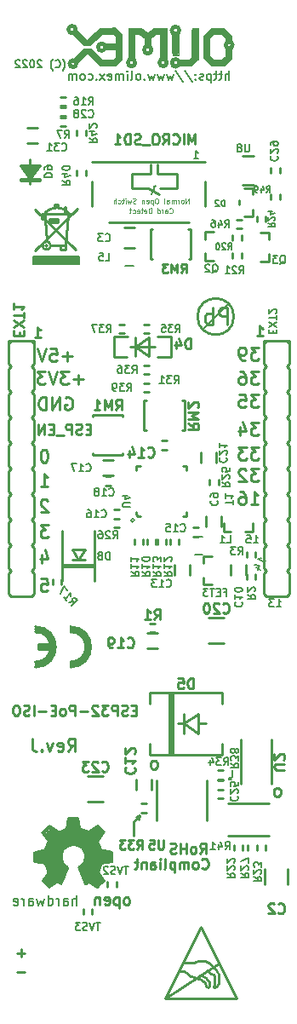
<source format=gbr>
G04 #@! TF.GenerationSoftware,KiCad,Pcbnew,5.1.6-c6e7f7d~87~ubuntu18.04.1*
G04 #@! TF.CreationDate,2022-05-31T16:19:01+03:00*
G04 #@! TF.ProjectId,ESP32-PoE-ISO_Rev_J,45535033-322d-4506-9f45-2d49534f5f52,J*
G04 #@! TF.SameCoordinates,Original*
G04 #@! TF.FileFunction,Legend,Bot*
G04 #@! TF.FilePolarity,Positive*
%FSLAX46Y46*%
G04 Gerber Fmt 4.6, Leading zero omitted, Abs format (unit mm)*
G04 Created by KiCad (PCBNEW 5.1.6-c6e7f7d~87~ubuntu18.04.1) date 2022-05-31 16:19:01*
%MOMM*%
%LPD*%
G01*
G04 APERTURE LIST*
%ADD10C,0.203200*%
%ADD11C,0.254000*%
%ADD12C,0.190500*%
%ADD13C,0.300000*%
%ADD14C,0.600000*%
%ADD15C,0.420000*%
%ADD16C,0.370000*%
%ADD17C,0.400000*%
%ADD18C,0.380000*%
%ADD19C,0.150000*%
%ADD20C,1.000000*%
%ADD21C,0.700000*%
%ADD22C,0.500000*%
%ADD23C,0.100000*%
%ADD24C,0.127000*%
%ADD25C,0.200000*%
%ADD26C,0.180000*%
%ADD27C,0.177800*%
%ADD28C,0.158750*%
%ADD29C,0.125000*%
%ADD30C,0.222250*%
G04 APERTURE END LIST*
D10*
X112141000Y-165608000D02*
X112395000Y-165544500D01*
X112204500Y-165354000D02*
X112141000Y-165608000D01*
X112458500Y-165290500D02*
X112141000Y-165608000D01*
X112458500Y-164655500D02*
X112458500Y-165290500D01*
D11*
X103251000Y-169164000D02*
X103124000Y-169545000D01*
X103251000Y-169164000D02*
X102870000Y-169291000D01*
X102616000Y-169799000D02*
X103251000Y-169164000D01*
X102616000Y-171196000D02*
X102616000Y-169799000D01*
X91827047Y-184730571D02*
X91052952Y-184730571D01*
X91827047Y-182825571D02*
X91052952Y-182825571D01*
X91440000Y-183212619D02*
X91440000Y-182438523D01*
X93423619Y-145608523D02*
X94028380Y-145608523D01*
X94088857Y-146213285D01*
X94028380Y-146152809D01*
X93907428Y-146092333D01*
X93605047Y-146092333D01*
X93484095Y-146152809D01*
X93423619Y-146213285D01*
X93363142Y-146334238D01*
X93363142Y-146636619D01*
X93423619Y-146757571D01*
X93484095Y-146818047D01*
X93605047Y-146878523D01*
X93907428Y-146878523D01*
X94028380Y-146818047D01*
X94088857Y-146757571D01*
X93484095Y-143237857D02*
X93484095Y-144084523D01*
X93786476Y-142754047D02*
X94088857Y-143661190D01*
X93302666Y-143661190D01*
X94149333Y-140274523D02*
X93363142Y-140274523D01*
X93786476Y-140758333D01*
X93605047Y-140758333D01*
X93484095Y-140818809D01*
X93423619Y-140879285D01*
X93363142Y-141000238D01*
X93363142Y-141302619D01*
X93423619Y-141423571D01*
X93484095Y-141484047D01*
X93605047Y-141544523D01*
X93967904Y-141544523D01*
X94088857Y-141484047D01*
X94149333Y-141423571D01*
X94088857Y-137855476D02*
X94028380Y-137795000D01*
X93907428Y-137734523D01*
X93605047Y-137734523D01*
X93484095Y-137795000D01*
X93423619Y-137855476D01*
X93363142Y-137976428D01*
X93363142Y-138097380D01*
X93423619Y-138278809D01*
X94149333Y-139004523D01*
X93363142Y-139004523D01*
X93363142Y-136464523D02*
X94088857Y-136464523D01*
X93726000Y-136464523D02*
X93726000Y-135194523D01*
X93846952Y-135375952D01*
X93967904Y-135496904D01*
X94088857Y-135557380D01*
X93786476Y-132781523D02*
X93665523Y-132781523D01*
X93544571Y-132842000D01*
X93484095Y-132902476D01*
X93423619Y-133023428D01*
X93363142Y-133265333D01*
X93363142Y-133567714D01*
X93423619Y-133809619D01*
X93484095Y-133930571D01*
X93544571Y-133991047D01*
X93665523Y-134051523D01*
X93786476Y-134051523D01*
X93907428Y-133991047D01*
X93967904Y-133930571D01*
X94028380Y-133809619D01*
X94088857Y-133567714D01*
X94088857Y-133265333D01*
X94028380Y-133023428D01*
X93967904Y-132902476D01*
X93907428Y-132842000D01*
X93786476Y-132781523D01*
X98346380Y-130737428D02*
X98007714Y-130737428D01*
X97862571Y-131269619D02*
X98346380Y-131269619D01*
X98346380Y-130253619D01*
X97862571Y-130253619D01*
X97475523Y-131221238D02*
X97330380Y-131269619D01*
X97088476Y-131269619D01*
X96991714Y-131221238D01*
X96943333Y-131172857D01*
X96894952Y-131076095D01*
X96894952Y-130979333D01*
X96943333Y-130882571D01*
X96991714Y-130834190D01*
X97088476Y-130785809D01*
X97282000Y-130737428D01*
X97378761Y-130689047D01*
X97427142Y-130640666D01*
X97475523Y-130543904D01*
X97475523Y-130447142D01*
X97427142Y-130350380D01*
X97378761Y-130302000D01*
X97282000Y-130253619D01*
X97040095Y-130253619D01*
X96894952Y-130302000D01*
X96459523Y-131269619D02*
X96459523Y-130253619D01*
X96072476Y-130253619D01*
X95975714Y-130302000D01*
X95927333Y-130350380D01*
X95878952Y-130447142D01*
X95878952Y-130592285D01*
X95927333Y-130689047D01*
X95975714Y-130737428D01*
X96072476Y-130785809D01*
X96459523Y-130785809D01*
X95685428Y-131366380D02*
X94911333Y-131366380D01*
X94669428Y-130737428D02*
X94330761Y-130737428D01*
X94185619Y-131269619D02*
X94669428Y-131269619D01*
X94669428Y-130253619D01*
X94185619Y-130253619D01*
X93750190Y-131269619D02*
X93750190Y-130253619D01*
X93169619Y-131269619D01*
X93169619Y-130253619D01*
X95836619Y-127635000D02*
X95957571Y-127574523D01*
X96139000Y-127574523D01*
X96320428Y-127635000D01*
X96441380Y-127755952D01*
X96501857Y-127876904D01*
X96562333Y-128118809D01*
X96562333Y-128300238D01*
X96501857Y-128542142D01*
X96441380Y-128663095D01*
X96320428Y-128784047D01*
X96139000Y-128844523D01*
X96018047Y-128844523D01*
X95836619Y-128784047D01*
X95776142Y-128723571D01*
X95776142Y-128300238D01*
X96018047Y-128300238D01*
X95231857Y-128844523D02*
X95231857Y-127574523D01*
X94506142Y-128844523D01*
X94506142Y-127574523D01*
X93901380Y-128844523D02*
X93901380Y-127574523D01*
X93599000Y-127574523D01*
X93417571Y-127635000D01*
X93296619Y-127755952D01*
X93236142Y-127876904D01*
X93175666Y-128118809D01*
X93175666Y-128300238D01*
X93236142Y-128542142D01*
X93296619Y-128663095D01*
X93417571Y-128784047D01*
X93599000Y-128844523D01*
X93901380Y-128844523D01*
X97614619Y-125820714D02*
X96647000Y-125820714D01*
X97130809Y-126304523D02*
X97130809Y-125336904D01*
X96163190Y-125034523D02*
X95377000Y-125034523D01*
X95800333Y-125518333D01*
X95618904Y-125518333D01*
X95497952Y-125578809D01*
X95437476Y-125639285D01*
X95377000Y-125760238D01*
X95377000Y-126062619D01*
X95437476Y-126183571D01*
X95497952Y-126244047D01*
X95618904Y-126304523D01*
X95981761Y-126304523D01*
X96102714Y-126244047D01*
X96163190Y-126183571D01*
X95014142Y-125034523D02*
X94590809Y-126304523D01*
X94167476Y-125034523D01*
X93865095Y-125034523D02*
X93078904Y-125034523D01*
X93502238Y-125518333D01*
X93320809Y-125518333D01*
X93199857Y-125578809D01*
X93139380Y-125639285D01*
X93078904Y-125760238D01*
X93078904Y-126062619D01*
X93139380Y-126183571D01*
X93199857Y-126244047D01*
X93320809Y-126304523D01*
X93683666Y-126304523D01*
X93804619Y-126244047D01*
X93865095Y-126183571D01*
X96501857Y-123534714D02*
X95534238Y-123534714D01*
X96018047Y-124018523D02*
X96018047Y-123050904D01*
X94324714Y-122748523D02*
X94929476Y-122748523D01*
X94989952Y-123353285D01*
X94929476Y-123292809D01*
X94808523Y-123232333D01*
X94506142Y-123232333D01*
X94385190Y-123292809D01*
X94324714Y-123353285D01*
X94264238Y-123474238D01*
X94264238Y-123776619D01*
X94324714Y-123897571D01*
X94385190Y-123958047D01*
X94506142Y-124018523D01*
X94808523Y-124018523D01*
X94929476Y-123958047D01*
X94989952Y-123897571D01*
X93901380Y-122748523D02*
X93478047Y-124018523D01*
X93054714Y-122748523D01*
D12*
X116858142Y-148426714D02*
X117293571Y-148426714D01*
X117075857Y-148426714D02*
X117075857Y-147664714D01*
X117148428Y-147773571D01*
X117221000Y-147846142D01*
X117293571Y-147882428D01*
X116604142Y-147664714D02*
X116132428Y-147664714D01*
X116386428Y-147955000D01*
X116277571Y-147955000D01*
X116205000Y-147991285D01*
X116168714Y-148027571D01*
X116132428Y-148100142D01*
X116132428Y-148281571D01*
X116168714Y-148354142D01*
X116205000Y-148390428D01*
X116277571Y-148426714D01*
X116495285Y-148426714D01*
X116567857Y-148390428D01*
X116604142Y-148354142D01*
X115560102Y-144191659D02*
X115777817Y-143814567D01*
X115668959Y-144003113D02*
X115009048Y-143622113D01*
X115139607Y-143613693D01*
X115238741Y-143587130D01*
X115306451Y-143542424D01*
X114793590Y-144503298D02*
X115233531Y-144757298D01*
X114632909Y-144201033D02*
X115194989Y-144316054D01*
X114959132Y-144724571D01*
X114572142Y-142076714D02*
X115007571Y-142076714D01*
X114789857Y-142076714D02*
X114789857Y-141314714D01*
X114862428Y-141423571D01*
X114935000Y-141496142D01*
X115007571Y-141532428D01*
X113882714Y-141314714D02*
X114245571Y-141314714D01*
X114281857Y-141677571D01*
X114245571Y-141641285D01*
X114173000Y-141605000D01*
X113991571Y-141605000D01*
X113919000Y-141641285D01*
X113882714Y-141677571D01*
X113846428Y-141750142D01*
X113846428Y-141931571D01*
X113882714Y-142004142D01*
X113919000Y-142040428D01*
X113991571Y-142076714D01*
X114173000Y-142076714D01*
X114245571Y-142040428D01*
X114281857Y-142004142D01*
D11*
X114287904Y-138242523D02*
X115013619Y-138242523D01*
X114650761Y-138242523D02*
X114650761Y-136972523D01*
X114771714Y-137153952D01*
X114892666Y-137274904D01*
X115013619Y-137335380D01*
X113199333Y-136972523D02*
X113441238Y-136972523D01*
X113562190Y-137033000D01*
X113622666Y-137093476D01*
X113743619Y-137274904D01*
X113804095Y-137516809D01*
X113804095Y-138000619D01*
X113743619Y-138121571D01*
X113683142Y-138182047D01*
X113562190Y-138242523D01*
X113320285Y-138242523D01*
X113199333Y-138182047D01*
X113138857Y-138121571D01*
X113078380Y-138000619D01*
X113078380Y-137698238D01*
X113138857Y-137577285D01*
X113199333Y-137516809D01*
X113320285Y-137456333D01*
X113562190Y-137456333D01*
X113683142Y-137516809D01*
X113743619Y-137577285D01*
X113804095Y-137698238D01*
X115074095Y-134686523D02*
X114287904Y-134686523D01*
X114711238Y-135170333D01*
X114529809Y-135170333D01*
X114408857Y-135230809D01*
X114348380Y-135291285D01*
X114287904Y-135412238D01*
X114287904Y-135714619D01*
X114348380Y-135835571D01*
X114408857Y-135896047D01*
X114529809Y-135956523D01*
X114892666Y-135956523D01*
X115013619Y-135896047D01*
X115074095Y-135835571D01*
X113804095Y-134807476D02*
X113743619Y-134747000D01*
X113622666Y-134686523D01*
X113320285Y-134686523D01*
X113199333Y-134747000D01*
X113138857Y-134807476D01*
X113078380Y-134928428D01*
X113078380Y-135049380D01*
X113138857Y-135230809D01*
X113864571Y-135956523D01*
X113078380Y-135956523D01*
X115074095Y-132527523D02*
X114287904Y-132527523D01*
X114711238Y-133011333D01*
X114529809Y-133011333D01*
X114408857Y-133071809D01*
X114348380Y-133132285D01*
X114287904Y-133253238D01*
X114287904Y-133555619D01*
X114348380Y-133676571D01*
X114408857Y-133737047D01*
X114529809Y-133797523D01*
X114892666Y-133797523D01*
X115013619Y-133737047D01*
X115074095Y-133676571D01*
X113864571Y-132527523D02*
X113078380Y-132527523D01*
X113501714Y-133011333D01*
X113320285Y-133011333D01*
X113199333Y-133071809D01*
X113138857Y-133132285D01*
X113078380Y-133253238D01*
X113078380Y-133555619D01*
X113138857Y-133676571D01*
X113199333Y-133737047D01*
X113320285Y-133797523D01*
X113683142Y-133797523D01*
X113804095Y-133737047D01*
X113864571Y-133676571D01*
X115074095Y-130114523D02*
X114287904Y-130114523D01*
X114711238Y-130598333D01*
X114529809Y-130598333D01*
X114408857Y-130658809D01*
X114348380Y-130719285D01*
X114287904Y-130840238D01*
X114287904Y-131142619D01*
X114348380Y-131263571D01*
X114408857Y-131324047D01*
X114529809Y-131384523D01*
X114892666Y-131384523D01*
X115013619Y-131324047D01*
X115074095Y-131263571D01*
X113199333Y-130537857D02*
X113199333Y-131384523D01*
X113501714Y-130054047D02*
X113804095Y-130961190D01*
X113017904Y-130961190D01*
X115074095Y-127320523D02*
X114287904Y-127320523D01*
X114711238Y-127804333D01*
X114529809Y-127804333D01*
X114408857Y-127864809D01*
X114348380Y-127925285D01*
X114287904Y-128046238D01*
X114287904Y-128348619D01*
X114348380Y-128469571D01*
X114408857Y-128530047D01*
X114529809Y-128590523D01*
X114892666Y-128590523D01*
X115013619Y-128530047D01*
X115074095Y-128469571D01*
X113138857Y-127320523D02*
X113743619Y-127320523D01*
X113804095Y-127925285D01*
X113743619Y-127864809D01*
X113622666Y-127804333D01*
X113320285Y-127804333D01*
X113199333Y-127864809D01*
X113138857Y-127925285D01*
X113078380Y-128046238D01*
X113078380Y-128348619D01*
X113138857Y-128469571D01*
X113199333Y-128530047D01*
X113320285Y-128590523D01*
X113622666Y-128590523D01*
X113743619Y-128530047D01*
X113804095Y-128469571D01*
X115074095Y-125034523D02*
X114287904Y-125034523D01*
X114711238Y-125518333D01*
X114529809Y-125518333D01*
X114408857Y-125578809D01*
X114348380Y-125639285D01*
X114287904Y-125760238D01*
X114287904Y-126062619D01*
X114348380Y-126183571D01*
X114408857Y-126244047D01*
X114529809Y-126304523D01*
X114892666Y-126304523D01*
X115013619Y-126244047D01*
X115074095Y-126183571D01*
X113199333Y-125034523D02*
X113441238Y-125034523D01*
X113562190Y-125095000D01*
X113622666Y-125155476D01*
X113743619Y-125336904D01*
X113804095Y-125578809D01*
X113804095Y-126062619D01*
X113743619Y-126183571D01*
X113683142Y-126244047D01*
X113562190Y-126304523D01*
X113320285Y-126304523D01*
X113199333Y-126244047D01*
X113138857Y-126183571D01*
X113078380Y-126062619D01*
X113078380Y-125760238D01*
X113138857Y-125639285D01*
X113199333Y-125578809D01*
X113320285Y-125518333D01*
X113562190Y-125518333D01*
X113683142Y-125578809D01*
X113743619Y-125639285D01*
X113804095Y-125760238D01*
X115074095Y-122621523D02*
X114287904Y-122621523D01*
X114711238Y-123105333D01*
X114529809Y-123105333D01*
X114408857Y-123165809D01*
X114348380Y-123226285D01*
X114287904Y-123347238D01*
X114287904Y-123649619D01*
X114348380Y-123770571D01*
X114408857Y-123831047D01*
X114529809Y-123891523D01*
X114892666Y-123891523D01*
X115013619Y-123831047D01*
X115074095Y-123770571D01*
X113683142Y-123891523D02*
X113441238Y-123891523D01*
X113320285Y-123831047D01*
X113259809Y-123770571D01*
X113138857Y-123589142D01*
X113078380Y-123347238D01*
X113078380Y-122863428D01*
X113138857Y-122742476D01*
X113199333Y-122682000D01*
X113320285Y-122621523D01*
X113562190Y-122621523D01*
X113683142Y-122682000D01*
X113743619Y-122742476D01*
X113804095Y-122863428D01*
X113804095Y-123165809D01*
X113743619Y-123286761D01*
X113683142Y-123347238D01*
X113562190Y-123407714D01*
X113320285Y-123407714D01*
X113199333Y-123347238D01*
X113138857Y-123286761D01*
X113078380Y-123165809D01*
D12*
X108621285Y-103849714D02*
X109056714Y-103849714D01*
X108839000Y-103849714D02*
X108839000Y-103087714D01*
X108911571Y-103196571D01*
X108984142Y-103269142D01*
X109056714Y-103305428D01*
D11*
X109425619Y-174352857D02*
X109474000Y-174401238D01*
X109619142Y-174449619D01*
X109715904Y-174449619D01*
X109861047Y-174401238D01*
X109957809Y-174304476D01*
X110006190Y-174207714D01*
X110054571Y-174014190D01*
X110054571Y-173869047D01*
X110006190Y-173675523D01*
X109957809Y-173578761D01*
X109861047Y-173482000D01*
X109715904Y-173433619D01*
X109619142Y-173433619D01*
X109474000Y-173482000D01*
X109425619Y-173530380D01*
X108845047Y-174449619D02*
X108941809Y-174401238D01*
X108990190Y-174352857D01*
X109038571Y-174256095D01*
X109038571Y-173965809D01*
X108990190Y-173869047D01*
X108941809Y-173820666D01*
X108845047Y-173772285D01*
X108699904Y-173772285D01*
X108603142Y-173820666D01*
X108554761Y-173869047D01*
X108506380Y-173965809D01*
X108506380Y-174256095D01*
X108554761Y-174352857D01*
X108603142Y-174401238D01*
X108699904Y-174449619D01*
X108845047Y-174449619D01*
X108070952Y-174449619D02*
X108070952Y-173772285D01*
X108070952Y-173869047D02*
X108022571Y-173820666D01*
X107925809Y-173772285D01*
X107780666Y-173772285D01*
X107683904Y-173820666D01*
X107635523Y-173917428D01*
X107635523Y-174449619D01*
X107635523Y-173917428D02*
X107587142Y-173820666D01*
X107490380Y-173772285D01*
X107345238Y-173772285D01*
X107248476Y-173820666D01*
X107200095Y-173917428D01*
X107200095Y-174449619D01*
X106716285Y-173772285D02*
X106716285Y-174788285D01*
X106716285Y-173820666D02*
X106619523Y-173772285D01*
X106426000Y-173772285D01*
X106329238Y-173820666D01*
X106280857Y-173869047D01*
X106232476Y-173965809D01*
X106232476Y-174256095D01*
X106280857Y-174352857D01*
X106329238Y-174401238D01*
X106426000Y-174449619D01*
X106619523Y-174449619D01*
X106716285Y-174401238D01*
X105651904Y-174449619D02*
X105748666Y-174401238D01*
X105797047Y-174304476D01*
X105797047Y-173433619D01*
X105264857Y-174449619D02*
X105264857Y-173772285D01*
X105264857Y-173433619D02*
X105313238Y-173482000D01*
X105264857Y-173530380D01*
X105216476Y-173482000D01*
X105264857Y-173433619D01*
X105264857Y-173530380D01*
X104345619Y-174449619D02*
X104345619Y-173917428D01*
X104394000Y-173820666D01*
X104490761Y-173772285D01*
X104684285Y-173772285D01*
X104781047Y-173820666D01*
X104345619Y-174401238D02*
X104442380Y-174449619D01*
X104684285Y-174449619D01*
X104781047Y-174401238D01*
X104829428Y-174304476D01*
X104829428Y-174207714D01*
X104781047Y-174110952D01*
X104684285Y-174062571D01*
X104442380Y-174062571D01*
X104345619Y-174014190D01*
X103861809Y-173772285D02*
X103861809Y-174449619D01*
X103861809Y-173869047D02*
X103813428Y-173820666D01*
X103716666Y-173772285D01*
X103571523Y-173772285D01*
X103474761Y-173820666D01*
X103426380Y-173917428D01*
X103426380Y-174449619D01*
X103087714Y-173772285D02*
X102700666Y-173772285D01*
X102942571Y-173433619D02*
X102942571Y-174304476D01*
X102894190Y-174401238D01*
X102797428Y-174449619D01*
X102700666Y-174449619D01*
X109238142Y-172925619D02*
X109576809Y-172441809D01*
X109818714Y-172925619D02*
X109818714Y-171909619D01*
X109431666Y-171909619D01*
X109334904Y-171958000D01*
X109286523Y-172006380D01*
X109238142Y-172103142D01*
X109238142Y-172248285D01*
X109286523Y-172345047D01*
X109334904Y-172393428D01*
X109431666Y-172441809D01*
X109818714Y-172441809D01*
X108657571Y-172925619D02*
X108754333Y-172877238D01*
X108802714Y-172828857D01*
X108851095Y-172732095D01*
X108851095Y-172441809D01*
X108802714Y-172345047D01*
X108754333Y-172296666D01*
X108657571Y-172248285D01*
X108512428Y-172248285D01*
X108415666Y-172296666D01*
X108367285Y-172345047D01*
X108318904Y-172441809D01*
X108318904Y-172732095D01*
X108367285Y-172828857D01*
X108415666Y-172877238D01*
X108512428Y-172925619D01*
X108657571Y-172925619D01*
X107883476Y-172925619D02*
X107883476Y-171909619D01*
X107883476Y-172393428D02*
X107302904Y-172393428D01*
X107302904Y-172925619D02*
X107302904Y-171909619D01*
X106867476Y-172877238D02*
X106722333Y-172925619D01*
X106480428Y-172925619D01*
X106383666Y-172877238D01*
X106335285Y-172828857D01*
X106286904Y-172732095D01*
X106286904Y-172635333D01*
X106335285Y-172538571D01*
X106383666Y-172490190D01*
X106480428Y-172441809D01*
X106673952Y-172393428D01*
X106770714Y-172345047D01*
X106819095Y-172296666D01*
X106867476Y-172199904D01*
X106867476Y-172103142D01*
X106819095Y-172006380D01*
X106770714Y-171958000D01*
X106673952Y-171909619D01*
X106432047Y-171909619D01*
X106286904Y-171958000D01*
X114898714Y-121490619D02*
X115479285Y-121490619D01*
X115189000Y-121490619D02*
X115189000Y-120474619D01*
X115285761Y-120619761D01*
X115382523Y-120716523D01*
X115479285Y-120764904D01*
X92800714Y-121617619D02*
X93381285Y-121617619D01*
X93091000Y-121617619D02*
X93091000Y-120601619D01*
X93187761Y-120746761D01*
X93284523Y-120843523D01*
X93381285Y-120891904D01*
X102894190Y-158677428D02*
X102555523Y-158677428D01*
X102410380Y-159209619D02*
X102894190Y-159209619D01*
X102894190Y-158193619D01*
X102410380Y-158193619D01*
X102023333Y-159161238D02*
X101878190Y-159209619D01*
X101636285Y-159209619D01*
X101539523Y-159161238D01*
X101491142Y-159112857D01*
X101442761Y-159016095D01*
X101442761Y-158919333D01*
X101491142Y-158822571D01*
X101539523Y-158774190D01*
X101636285Y-158725809D01*
X101829809Y-158677428D01*
X101926571Y-158629047D01*
X101974952Y-158580666D01*
X102023333Y-158483904D01*
X102023333Y-158387142D01*
X101974952Y-158290380D01*
X101926571Y-158242000D01*
X101829809Y-158193619D01*
X101587904Y-158193619D01*
X101442761Y-158242000D01*
X101007333Y-159209619D02*
X101007333Y-158193619D01*
X100620285Y-158193619D01*
X100523523Y-158242000D01*
X100475142Y-158290380D01*
X100426761Y-158387142D01*
X100426761Y-158532285D01*
X100475142Y-158629047D01*
X100523523Y-158677428D01*
X100620285Y-158725809D01*
X101007333Y-158725809D01*
X100088095Y-158193619D02*
X99459142Y-158193619D01*
X99797809Y-158580666D01*
X99652666Y-158580666D01*
X99555904Y-158629047D01*
X99507523Y-158677428D01*
X99459142Y-158774190D01*
X99459142Y-159016095D01*
X99507523Y-159112857D01*
X99555904Y-159161238D01*
X99652666Y-159209619D01*
X99942952Y-159209619D01*
X100039714Y-159161238D01*
X100088095Y-159112857D01*
X99072095Y-158290380D02*
X99023714Y-158242000D01*
X98926952Y-158193619D01*
X98685047Y-158193619D01*
X98588285Y-158242000D01*
X98539904Y-158290380D01*
X98491523Y-158387142D01*
X98491523Y-158483904D01*
X98539904Y-158629047D01*
X99120476Y-159209619D01*
X98491523Y-159209619D01*
X98056095Y-158822571D02*
X97282000Y-158822571D01*
X96798190Y-159209619D02*
X96798190Y-158193619D01*
X96411142Y-158193619D01*
X96314380Y-158242000D01*
X96266000Y-158290380D01*
X96217619Y-158387142D01*
X96217619Y-158532285D01*
X96266000Y-158629047D01*
X96314380Y-158677428D01*
X96411142Y-158725809D01*
X96798190Y-158725809D01*
X95637047Y-159209619D02*
X95733809Y-159161238D01*
X95782190Y-159112857D01*
X95830571Y-159016095D01*
X95830571Y-158725809D01*
X95782190Y-158629047D01*
X95733809Y-158580666D01*
X95637047Y-158532285D01*
X95491904Y-158532285D01*
X95395142Y-158580666D01*
X95346761Y-158629047D01*
X95298380Y-158725809D01*
X95298380Y-159016095D01*
X95346761Y-159112857D01*
X95395142Y-159161238D01*
X95491904Y-159209619D01*
X95637047Y-159209619D01*
X94862952Y-158677428D02*
X94524285Y-158677428D01*
X94379142Y-159209619D02*
X94862952Y-159209619D01*
X94862952Y-158193619D01*
X94379142Y-158193619D01*
X93943714Y-158822571D02*
X93169619Y-158822571D01*
X92685809Y-159209619D02*
X92685809Y-158193619D01*
X92250380Y-159161238D02*
X92105238Y-159209619D01*
X91863333Y-159209619D01*
X91766571Y-159161238D01*
X91718190Y-159112857D01*
X91669809Y-159016095D01*
X91669809Y-158919333D01*
X91718190Y-158822571D01*
X91766571Y-158774190D01*
X91863333Y-158725809D01*
X92056857Y-158677428D01*
X92153619Y-158629047D01*
X92202000Y-158580666D01*
X92250380Y-158483904D01*
X92250380Y-158387142D01*
X92202000Y-158290380D01*
X92153619Y-158242000D01*
X92056857Y-158193619D01*
X91814952Y-158193619D01*
X91669809Y-158242000D01*
X91040857Y-158193619D02*
X90847333Y-158193619D01*
X90750571Y-158242000D01*
X90653809Y-158338761D01*
X90605428Y-158532285D01*
X90605428Y-158870952D01*
X90653809Y-159064476D01*
X90750571Y-159161238D01*
X90847333Y-159209619D01*
X91040857Y-159209619D01*
X91137619Y-159161238D01*
X91234380Y-159064476D01*
X91282761Y-158870952D01*
X91282761Y-158532285D01*
X91234380Y-158338761D01*
X91137619Y-158242000D01*
X91040857Y-158193619D01*
X96099690Y-162753523D02*
X96523023Y-162148761D01*
X96825404Y-162753523D02*
X96825404Y-161483523D01*
X96341595Y-161483523D01*
X96220642Y-161544000D01*
X96160166Y-161604476D01*
X96099690Y-161725428D01*
X96099690Y-161906857D01*
X96160166Y-162027809D01*
X96220642Y-162088285D01*
X96341595Y-162148761D01*
X96825404Y-162148761D01*
X95071595Y-162693047D02*
X95192547Y-162753523D01*
X95434452Y-162753523D01*
X95555404Y-162693047D01*
X95615880Y-162572095D01*
X95615880Y-162088285D01*
X95555404Y-161967333D01*
X95434452Y-161906857D01*
X95192547Y-161906857D01*
X95071595Y-161967333D01*
X95011119Y-162088285D01*
X95011119Y-162209238D01*
X95615880Y-162330190D01*
X94587785Y-161906857D02*
X94285404Y-162753523D01*
X93983023Y-161906857D01*
X93499214Y-162632571D02*
X93438738Y-162693047D01*
X93499214Y-162753523D01*
X93559690Y-162693047D01*
X93499214Y-162632571D01*
X93499214Y-162753523D01*
X92531595Y-161483523D02*
X92531595Y-162390666D01*
X92592071Y-162572095D01*
X92713023Y-162693047D01*
X92894452Y-162753523D01*
X93015404Y-162753523D01*
D12*
X95576571Y-95123000D02*
X95612857Y-95086714D01*
X95685428Y-94977857D01*
X95721714Y-94905285D01*
X95758000Y-94796428D01*
X95794285Y-94615000D01*
X95794285Y-94469857D01*
X95758000Y-94288428D01*
X95721714Y-94179571D01*
X95685428Y-94107000D01*
X95612857Y-93998142D01*
X95576571Y-93961857D01*
X94850857Y-94760142D02*
X94887142Y-94796428D01*
X94996000Y-94832714D01*
X95068571Y-94832714D01*
X95177428Y-94796428D01*
X95250000Y-94723857D01*
X95286285Y-94651285D01*
X95322571Y-94506142D01*
X95322571Y-94397285D01*
X95286285Y-94252142D01*
X95250000Y-94179571D01*
X95177428Y-94107000D01*
X95068571Y-94070714D01*
X94996000Y-94070714D01*
X94887142Y-94107000D01*
X94850857Y-94143285D01*
X94596857Y-95123000D02*
X94560571Y-95086714D01*
X94488000Y-94977857D01*
X94451714Y-94905285D01*
X94415428Y-94796428D01*
X94379142Y-94615000D01*
X94379142Y-94469857D01*
X94415428Y-94288428D01*
X94451714Y-94179571D01*
X94488000Y-94107000D01*
X94560571Y-93998142D01*
X94596857Y-93961857D01*
X93472000Y-94143285D02*
X93435714Y-94107000D01*
X93363142Y-94070714D01*
X93181714Y-94070714D01*
X93109142Y-94107000D01*
X93072857Y-94143285D01*
X93036571Y-94215857D01*
X93036571Y-94288428D01*
X93072857Y-94397285D01*
X93508285Y-94832714D01*
X93036571Y-94832714D01*
X92564857Y-94070714D02*
X92492285Y-94070714D01*
X92419714Y-94107000D01*
X92383428Y-94143285D01*
X92347142Y-94215857D01*
X92310857Y-94361000D01*
X92310857Y-94542428D01*
X92347142Y-94687571D01*
X92383428Y-94760142D01*
X92419714Y-94796428D01*
X92492285Y-94832714D01*
X92564857Y-94832714D01*
X92637428Y-94796428D01*
X92673714Y-94760142D01*
X92710000Y-94687571D01*
X92746285Y-94542428D01*
X92746285Y-94361000D01*
X92710000Y-94215857D01*
X92673714Y-94143285D01*
X92637428Y-94107000D01*
X92564857Y-94070714D01*
X92020571Y-94143285D02*
X91984285Y-94107000D01*
X91911714Y-94070714D01*
X91730285Y-94070714D01*
X91657714Y-94107000D01*
X91621428Y-94143285D01*
X91585142Y-94215857D01*
X91585142Y-94288428D01*
X91621428Y-94397285D01*
X92056857Y-94832714D01*
X91585142Y-94832714D01*
X91294857Y-94143285D02*
X91258571Y-94107000D01*
X91186000Y-94070714D01*
X91004571Y-94070714D01*
X90932000Y-94107000D01*
X90895714Y-94143285D01*
X90859428Y-94215857D01*
X90859428Y-94288428D01*
X90895714Y-94397285D01*
X91331142Y-94832714D01*
X90859428Y-94832714D01*
X112119833Y-96033166D02*
X112119833Y-95144166D01*
X111738833Y-96033166D02*
X111738833Y-95567500D01*
X111781166Y-95482833D01*
X111865833Y-95440500D01*
X111992833Y-95440500D01*
X112077500Y-95482833D01*
X112119833Y-95525166D01*
X111442500Y-95440500D02*
X111103833Y-95440500D01*
X111315500Y-95144166D02*
X111315500Y-95906166D01*
X111273166Y-95990833D01*
X111188500Y-96033166D01*
X111103833Y-96033166D01*
X110934500Y-95440500D02*
X110595833Y-95440500D01*
X110807500Y-95144166D02*
X110807500Y-95906166D01*
X110765166Y-95990833D01*
X110680500Y-96033166D01*
X110595833Y-96033166D01*
X110299500Y-95440500D02*
X110299500Y-96329500D01*
X110299500Y-95482833D02*
X110214833Y-95440500D01*
X110045500Y-95440500D01*
X109960833Y-95482833D01*
X109918500Y-95525166D01*
X109876166Y-95609833D01*
X109876166Y-95863833D01*
X109918500Y-95948500D01*
X109960833Y-95990833D01*
X110045500Y-96033166D01*
X110214833Y-96033166D01*
X110299500Y-95990833D01*
X109537500Y-95990833D02*
X109452833Y-96033166D01*
X109283500Y-96033166D01*
X109198833Y-95990833D01*
X109156500Y-95906166D01*
X109156500Y-95863833D01*
X109198833Y-95779166D01*
X109283500Y-95736833D01*
X109410500Y-95736833D01*
X109495166Y-95694500D01*
X109537500Y-95609833D01*
X109537500Y-95567500D01*
X109495166Y-95482833D01*
X109410500Y-95440500D01*
X109283500Y-95440500D01*
X109198833Y-95482833D01*
X108775500Y-95948500D02*
X108733166Y-95990833D01*
X108775500Y-96033166D01*
X108817833Y-95990833D01*
X108775500Y-95948500D01*
X108775500Y-96033166D01*
X108775500Y-95482833D02*
X108733166Y-95525166D01*
X108775500Y-95567500D01*
X108817833Y-95525166D01*
X108775500Y-95482833D01*
X108775500Y-95567500D01*
X107717166Y-95101833D02*
X108479166Y-96244833D01*
X106785833Y-95101833D02*
X107547833Y-96244833D01*
X106574166Y-95440500D02*
X106404833Y-96033166D01*
X106235500Y-95609833D01*
X106066166Y-96033166D01*
X105896833Y-95440500D01*
X105642833Y-95440500D02*
X105473500Y-96033166D01*
X105304166Y-95609833D01*
X105134833Y-96033166D01*
X104965500Y-95440500D01*
X104711500Y-95440500D02*
X104542166Y-96033166D01*
X104372833Y-95609833D01*
X104203500Y-96033166D01*
X104034166Y-95440500D01*
X103695500Y-95948500D02*
X103653166Y-95990833D01*
X103695500Y-96033166D01*
X103737833Y-95990833D01*
X103695500Y-95948500D01*
X103695500Y-96033166D01*
X103145166Y-96033166D02*
X103229833Y-95990833D01*
X103272166Y-95948500D01*
X103314500Y-95863833D01*
X103314500Y-95609833D01*
X103272166Y-95525166D01*
X103229833Y-95482833D01*
X103145166Y-95440500D01*
X103018166Y-95440500D01*
X102933500Y-95482833D01*
X102891166Y-95525166D01*
X102848833Y-95609833D01*
X102848833Y-95863833D01*
X102891166Y-95948500D01*
X102933500Y-95990833D01*
X103018166Y-96033166D01*
X103145166Y-96033166D01*
X102340833Y-96033166D02*
X102425500Y-95990833D01*
X102467833Y-95906166D01*
X102467833Y-95144166D01*
X102002166Y-96033166D02*
X102002166Y-95440500D01*
X102002166Y-95144166D02*
X102044500Y-95186500D01*
X102002166Y-95228833D01*
X101959833Y-95186500D01*
X102002166Y-95144166D01*
X102002166Y-95228833D01*
X101578833Y-96033166D02*
X101578833Y-95440500D01*
X101578833Y-95525166D02*
X101536500Y-95482833D01*
X101451833Y-95440500D01*
X101324833Y-95440500D01*
X101240166Y-95482833D01*
X101197833Y-95567500D01*
X101197833Y-96033166D01*
X101197833Y-95567500D02*
X101155500Y-95482833D01*
X101070833Y-95440500D01*
X100943833Y-95440500D01*
X100859166Y-95482833D01*
X100816833Y-95567500D01*
X100816833Y-96033166D01*
X100054833Y-95990833D02*
X100139500Y-96033166D01*
X100308833Y-96033166D01*
X100393500Y-95990833D01*
X100435833Y-95906166D01*
X100435833Y-95567500D01*
X100393500Y-95482833D01*
X100308833Y-95440500D01*
X100139500Y-95440500D01*
X100054833Y-95482833D01*
X100012500Y-95567500D01*
X100012500Y-95652166D01*
X100435833Y-95736833D01*
X99716166Y-96033166D02*
X99250500Y-95440500D01*
X99716166Y-95440500D02*
X99250500Y-96033166D01*
X98911833Y-95948500D02*
X98869500Y-95990833D01*
X98911833Y-96033166D01*
X98954166Y-95990833D01*
X98911833Y-95948500D01*
X98911833Y-96033166D01*
X98107500Y-95990833D02*
X98192166Y-96033166D01*
X98361500Y-96033166D01*
X98446166Y-95990833D01*
X98488500Y-95948500D01*
X98530833Y-95863833D01*
X98530833Y-95609833D01*
X98488500Y-95525166D01*
X98446166Y-95482833D01*
X98361500Y-95440500D01*
X98192166Y-95440500D01*
X98107500Y-95482833D01*
X97599500Y-96033166D02*
X97684166Y-95990833D01*
X97726500Y-95948500D01*
X97768833Y-95863833D01*
X97768833Y-95609833D01*
X97726500Y-95525166D01*
X97684166Y-95482833D01*
X97599500Y-95440500D01*
X97472500Y-95440500D01*
X97387833Y-95482833D01*
X97345500Y-95525166D01*
X97303166Y-95609833D01*
X97303166Y-95863833D01*
X97345500Y-95948500D01*
X97387833Y-95990833D01*
X97472500Y-96033166D01*
X97599500Y-96033166D01*
X96922166Y-96033166D02*
X96922166Y-95440500D01*
X96922166Y-95525166D02*
X96879833Y-95482833D01*
X96795166Y-95440500D01*
X96668166Y-95440500D01*
X96583500Y-95482833D01*
X96541166Y-95567500D01*
X96541166Y-96033166D01*
X96541166Y-95567500D02*
X96498833Y-95482833D01*
X96414166Y-95440500D01*
X96287166Y-95440500D01*
X96202500Y-95482833D01*
X96160166Y-95567500D01*
X96160166Y-96033166D01*
D11*
X92202000Y-105410000D02*
X92583000Y-105410000D01*
X92075000Y-105283000D02*
X92710000Y-105283000D01*
X91948000Y-105156000D02*
X92710000Y-105156000D01*
X91948000Y-105029000D02*
X92837000Y-105029000D01*
X92837000Y-104902000D02*
X91694000Y-104902000D01*
X91694000Y-104775000D02*
X92964000Y-104775000D01*
X93091000Y-104648000D02*
X91567000Y-104648000D01*
X91389200Y-105867200D02*
X91389200Y-106045000D01*
X93294200Y-105867200D02*
X93294200Y-106045000D01*
X91389200Y-106045000D02*
X93294200Y-106045000D01*
X91389200Y-104495600D02*
X93294200Y-104495600D01*
X91389200Y-105867200D02*
X93294200Y-105867200D01*
X92303600Y-105867200D02*
X93294200Y-104495600D01*
X91389200Y-104495600D02*
X92303600Y-105867200D01*
X92341700Y-103911400D02*
X92341700Y-106387900D01*
X93115000Y-152400000D02*
X94365000Y-152400000D01*
X93115000Y-152650000D02*
X94365000Y-152650000D01*
X93115000Y-152150000D02*
X93115000Y-152650000D01*
X94365000Y-152150000D02*
X93115000Y-152150000D01*
X92865000Y-150400000D02*
X92865000Y-150900000D01*
X92865000Y-153900000D02*
X92865000Y-154400000D01*
X96365000Y-153900000D02*
X96365000Y-154400000D01*
X96365000Y-150400000D02*
X96365000Y-150900000D01*
X96365000Y-153900000D02*
G75*
G03*
X96365000Y-150900000I0J1500000D01*
G01*
X96365000Y-154400000D02*
G75*
G03*
X96365000Y-150400000I0J2000000D01*
G01*
D13*
X96414980Y-154150000D02*
G75*
G03*
X96415000Y-150650000I-49980J1750000D01*
G01*
D11*
X92865000Y-153900000D02*
G75*
G03*
X92865000Y-150900000I0J1500000D01*
G01*
D13*
X92914980Y-154150000D02*
G75*
G03*
X92915000Y-150650000I-49980J1750000D01*
G01*
D11*
X92865000Y-154400000D02*
G75*
G03*
X92865000Y-150400000I0J2000000D01*
G01*
X93091000Y-102362000D02*
X92075000Y-102362000D01*
X93091000Y-100838000D02*
X92075000Y-100838000D01*
X99568000Y-167767000D02*
X98044000Y-167767000D01*
X99568000Y-165227000D02*
X98044000Y-165227000D01*
X111633000Y-152019000D02*
X110109000Y-152019000D01*
X111633000Y-149479000D02*
X110109000Y-149479000D01*
X109023000Y-160020000D02*
X109823000Y-160020000D01*
X107623000Y-160020000D02*
X107023000Y-160020000D01*
X111423000Y-156920000D02*
X111423000Y-158020000D01*
X111423000Y-163120000D02*
X111423000Y-162020000D01*
X104223000Y-156920000D02*
X104223000Y-158020000D01*
X104223000Y-163120000D02*
X104223000Y-162020000D01*
X107623000Y-159020000D02*
X107623000Y-161020000D01*
X109023000Y-159020000D02*
X107623000Y-160020000D01*
X109023000Y-161020000D02*
X107623000Y-160020000D01*
X109023000Y-159020000D02*
X109023000Y-161020000D01*
X111423000Y-156920000D02*
X104223000Y-156920000D01*
X104223000Y-163120000D02*
X111423000Y-163120000D01*
D14*
X106323000Y-162920000D02*
X106323000Y-157120000D01*
D11*
X94551500Y-145923000D02*
X94551500Y-146177000D01*
X94551500Y-145923000D02*
X94551500Y-145669000D01*
X95440500Y-145923000D02*
X95440500Y-145669000D01*
X95440500Y-145923000D02*
X95440500Y-146177000D01*
X110680500Y-186055000D02*
X110744000Y-186055000D01*
X110680500Y-186055000D02*
X110680500Y-185039000D01*
X110617000Y-186245500D02*
X110617000Y-186118500D01*
X111061500Y-184848500D02*
X111061500Y-185928000D01*
X110109000Y-186245500D02*
X109956600Y-186245500D01*
X107124500Y-184658000D02*
X107442000Y-184658000D01*
X108750100Y-183769000D02*
X107569000Y-183769000D01*
X111125000Y-183832500D02*
X105791000Y-187325000D01*
X107569000Y-183769000D02*
X109347000Y-180213000D01*
X107124500Y-184658000D02*
X107569000Y-183769000D01*
X105791000Y-187325000D02*
X107124500Y-184658000D01*
X112903000Y-187325000D02*
X105791000Y-187325000D01*
X109347000Y-180213000D02*
X112903000Y-187325000D01*
X108966721Y-183705678D02*
G75*
G02*
X110553500Y-184213500I466639J-1274902D01*
G01*
X108965915Y-183707114D02*
G75*
G02*
X108750100Y-183769000I-182795J230214D01*
G01*
X107441301Y-184658474D02*
G75*
G02*
X107950000Y-184848500I64199J-604046D01*
G01*
X108772461Y-185294576D02*
G75*
G02*
X107950000Y-184848500I147819J1253796D01*
G01*
X109284708Y-185040166D02*
G75*
G02*
X110236000Y-185801000I-285688J-1332334D01*
G01*
X109346915Y-185484965D02*
G75*
G02*
X109918500Y-186245500I-284395J-808795D01*
G01*
X108907275Y-185357493D02*
G75*
G02*
X109347000Y-185483500I-825195J-3709947D01*
G01*
X110235967Y-186118600D02*
G75*
G02*
X110109000Y-186245500I-190467J63600D01*
G01*
X110235068Y-185801674D02*
G75*
G02*
X110236000Y-186118500I-316568J-159346D01*
G01*
X110678935Y-185040845D02*
G75*
G02*
X109982000Y-184594500I153965J1007685D01*
G01*
X110869549Y-184531142D02*
G75*
G02*
X110553500Y-184213500I478971J792622D01*
G01*
X110872048Y-184532575D02*
G75*
G02*
X111061500Y-184848500I-168688J-315925D01*
G01*
X111061500Y-185928000D02*
G75*
G02*
X110680500Y-186309000I-381000J0D01*
G01*
X110678071Y-186311545D02*
G75*
G02*
X110617000Y-186245500I2429J63505D01*
G01*
X110617000Y-186118500D02*
G75*
G02*
X110680500Y-186055000I63500J0D01*
G01*
X110744000Y-186055000D02*
G75*
G02*
X110871000Y-186182000I0J-127000D01*
G01*
X95631000Y-99631500D02*
X95885000Y-99631500D01*
X95631000Y-99631500D02*
X95377000Y-99631500D01*
X95631000Y-98742500D02*
X95377000Y-98742500D01*
X95631000Y-98742500D02*
X95885000Y-98742500D01*
X95631000Y-98615500D02*
X95885000Y-98615500D01*
X95631000Y-98615500D02*
X95377000Y-98615500D01*
X95631000Y-97726500D02*
X95377000Y-97726500D01*
X95631000Y-97726500D02*
X95885000Y-97726500D01*
X95631000Y-99758500D02*
X95377000Y-99758500D01*
X95631000Y-99758500D02*
X95885000Y-99758500D01*
X95631000Y-100647500D02*
X95885000Y-100647500D01*
X95631000Y-100647500D02*
X95377000Y-100647500D01*
X104013000Y-152527000D02*
X105029000Y-152527000D01*
X104013000Y-151003000D02*
X105029000Y-151003000D01*
D15*
X97873820Y-175816260D02*
X97322640Y-174393860D01*
D16*
X98219260Y-175630840D02*
X97901760Y-175836580D01*
D17*
X99009200Y-176179480D02*
X98229420Y-175648620D01*
D18*
X99585780Y-175641000D02*
X99021900Y-176179480D01*
D16*
X99570540Y-175641000D02*
X99037140Y-174807880D01*
X99395280Y-173880780D02*
X99037140Y-174764700D01*
X100373180Y-173639480D02*
X99423220Y-173857920D01*
D18*
X100363020Y-172862240D02*
X100368100Y-173649640D01*
D16*
X100375720Y-172849540D02*
X99357180Y-172669200D01*
X99326700Y-172633640D02*
X98978720Y-171767500D01*
X99555300Y-170865800D02*
X98999040Y-171716700D01*
D18*
X99565460Y-170842940D02*
X99065080Y-170309540D01*
D16*
X99016820Y-170284140D02*
X98188780Y-170936920D01*
X98127820Y-170926760D02*
X97282000Y-170520360D01*
X97022920Y-169486580D02*
X97228660Y-170500040D01*
X97030540Y-169473880D02*
X96245680Y-169473880D01*
X96263460Y-169494200D02*
X96050100Y-170512740D01*
X96050100Y-170512740D02*
X95148400Y-170962320D01*
X95135700Y-170957240D02*
X94231460Y-170322800D01*
X94231460Y-170324780D02*
X93677740Y-170870880D01*
X93677740Y-170873420D02*
X94294960Y-171663360D01*
X94294960Y-171663360D02*
X93954600Y-172600620D01*
X93954600Y-172600620D02*
X92872560Y-172829220D01*
X92872560Y-172829220D02*
X92872560Y-173664880D01*
X92872560Y-173664880D02*
X93886020Y-173835060D01*
X93886020Y-173835060D02*
X94292420Y-174746920D01*
X94241620Y-176194720D02*
X95077280Y-175628300D01*
X95077280Y-175628300D02*
X95415100Y-175813720D01*
X95415100Y-175813720D02*
X95989140Y-174373540D01*
X94292420Y-174746920D02*
X93672660Y-175633380D01*
X94226380Y-176187100D02*
X93672660Y-175641000D01*
D19*
X97792540Y-175996600D02*
X97142300Y-174327820D01*
X98176080Y-175793400D02*
X97830640Y-176014380D01*
X98188780Y-175783240D02*
X99014280Y-176347120D01*
X99021900Y-176354740D02*
X99743260Y-175661320D01*
X99750880Y-175658780D02*
X99153980Y-174795180D01*
X100512880Y-173751240D02*
X99441000Y-173946820D01*
X100512880Y-172758100D02*
X100512880Y-173743620D01*
X100515420Y-172755560D02*
X99344480Y-172552360D01*
X99446080Y-172557440D02*
X99110800Y-171724320D01*
X99707700Y-170873420D02*
X99113340Y-171726860D01*
X99728020Y-170837860D02*
X99054920Y-170124120D01*
X99042220Y-170121580D02*
X98071940Y-170837860D01*
X98107500Y-170769280D02*
X97203260Y-170390820D01*
X97119440Y-169374820D02*
X97320100Y-170400980D01*
X97109280Y-169367200D02*
X96144080Y-169367200D01*
X96144080Y-169367200D02*
X95918020Y-170538140D01*
X95928180Y-170456860D02*
X95123000Y-170794680D01*
X95242380Y-170842940D02*
X94231460Y-170169840D01*
X94226380Y-170167300D02*
X93532960Y-170858180D01*
X93527880Y-170865800D02*
X94231460Y-171856400D01*
X94142560Y-171747180D02*
X93776800Y-172615860D01*
X92839540Y-173517560D02*
X93946980Y-173741080D01*
X92755720Y-172775880D02*
X92758260Y-173733460D01*
X93893640Y-173964600D02*
X92770960Y-173753780D01*
X93789500Y-173931580D02*
X94170500Y-174912020D01*
X93822520Y-175567340D02*
X94307660Y-176098200D01*
X94218760Y-176342040D02*
X93535500Y-175651160D01*
X95105220Y-175727360D02*
X94228920Y-176347120D01*
X94241620Y-176032160D02*
X95062040Y-175503840D01*
X94924880Y-175699420D02*
X95453200Y-176027080D01*
X95453200Y-176027080D02*
X95839280Y-175046640D01*
X95844360Y-174348140D02*
X95316040Y-175729900D01*
X100220780Y-172946060D02*
X100220780Y-173596300D01*
X100363020Y-173001940D02*
X99247960Y-172755560D01*
X98833940Y-171734480D02*
X99220020Y-172732700D01*
X98828860Y-171739560D02*
X99430840Y-170830240D01*
X99072700Y-170385740D02*
X98188780Y-171107100D01*
X95801180Y-174406560D02*
X95623380Y-174284640D01*
X95623380Y-174284640D02*
X95247460Y-173573440D01*
X95247460Y-173573440D02*
X95247460Y-173055280D01*
X95242380Y-173067980D02*
X95476060Y-172394880D01*
X95476060Y-172394880D02*
X95986600Y-171965620D01*
X95986600Y-171965620D02*
X96801940Y-171805600D01*
X96801940Y-171797980D02*
X97673160Y-172227240D01*
X97673160Y-172227240D02*
X98092260Y-172958760D01*
X98097340Y-172963840D02*
X97965260Y-173786800D01*
X97960180Y-173817280D02*
X97866200Y-173987460D01*
X97960180Y-173817280D02*
X97866200Y-173987460D01*
X97736660Y-174038260D02*
X97477580Y-174376080D01*
X97368360Y-174152560D02*
X97142300Y-174327820D01*
X95867220Y-174155100D02*
X96121220Y-174320200D01*
X96004380Y-174609760D02*
X96126300Y-174325280D01*
X98183700Y-171104560D02*
X97200720Y-170611800D01*
X97853500Y-174017940D02*
X97546160Y-174284640D01*
D20*
X98869500Y-175447960D02*
X98016060Y-174426880D01*
X99905820Y-173243240D02*
X98488500Y-173182280D01*
X98920300Y-170957240D02*
X97858580Y-172064680D01*
X96659700Y-169981880D02*
X96654620Y-171495720D01*
X94394020Y-171038520D02*
X95506540Y-172105320D01*
X93403420Y-173222920D02*
X94871540Y-173309280D01*
X98193860Y-175275240D02*
X97828100Y-174513240D01*
X98859340Y-174376080D02*
X98295460Y-173896020D01*
X99108260Y-173730920D02*
X98402140Y-173603920D01*
X98783140Y-172486320D02*
X98341180Y-172646340D01*
X98607880Y-172006260D02*
X98150680Y-172295820D01*
X97609660Y-171229020D02*
X97434400Y-171587160D01*
X97175320Y-170969940D02*
X97007680Y-171579540D01*
X95910400Y-170985180D02*
X96131380Y-171670980D01*
X95323660Y-171236640D02*
X95742760Y-171823380D01*
X94454980Y-172105320D02*
X95110300Y-172471080D01*
X94213680Y-172798740D02*
X94935040Y-172946060D01*
X95049340Y-173956980D02*
X94439740Y-174063660D01*
X95369380Y-174376080D02*
X94752160Y-174703740D01*
X95483680Y-174513240D02*
X94302580Y-175526700D01*
X95483680Y-174421800D02*
X95150940Y-175153320D01*
D16*
X97548700Y-172349160D02*
G75*
G02*
X97472500Y-174203360I-965200J-889000D01*
G01*
X95597980Y-172521880D02*
G75*
G02*
X97523300Y-172323760I1061720J-863600D01*
G01*
X95978980Y-174371000D02*
G75*
G02*
X95608140Y-172506640I746760J1117600D01*
G01*
D11*
X113855500Y-143256000D02*
X113855500Y-143510000D01*
X113855500Y-143256000D02*
X113855500Y-143002000D01*
X114744500Y-143256000D02*
X114744500Y-143002000D01*
X114744500Y-143256000D02*
X114744500Y-143510000D01*
X113792000Y-145288000D02*
X113792000Y-144272000D01*
X112268000Y-145288000D02*
X112268000Y-144272000D01*
D17*
X112465747Y-92583000D02*
G75*
G03*
X112465747Y-92583000I-337447J0D01*
G01*
D21*
X112141000Y-91808300D02*
X111633000Y-91300300D01*
X110540800Y-91224100D02*
X109905800Y-91833700D01*
X109931200Y-93789500D02*
X110490000Y-94373700D01*
X108305600Y-94386400D02*
X108762800Y-93929200D01*
X107319800Y-94386400D02*
X108305600Y-94386400D01*
D17*
X107173324Y-94361000D02*
G75*
G03*
X107173324Y-94361000I-366324J0D01*
G01*
D21*
X106807000Y-91668600D02*
X106807000Y-93268800D01*
D17*
X107167818Y-91135200D02*
G75*
G03*
X107167818Y-91135200I-373518J0D01*
G01*
X105934759Y-94335600D02*
G75*
G03*
X105934759Y-94335600I-359659J0D01*
G01*
D21*
X105587800Y-93827600D02*
X105587800Y-91236800D01*
X105587800Y-91236800D02*
X104749600Y-91236800D01*
X104749600Y-91236800D02*
X104140000Y-91744800D01*
X104038400Y-92532200D02*
X104038400Y-91821000D01*
X103962200Y-91744800D02*
X103327200Y-91236800D01*
D17*
X104409318Y-93065600D02*
G75*
G03*
X104409318Y-93065600I-370918J0D01*
G01*
D21*
X103327200Y-91236800D02*
X102438200Y-91236800D01*
D17*
X102788729Y-94348300D02*
G75*
G03*
X102788729Y-94348300I-363229J0D01*
G01*
X96925666Y-94437200D02*
G75*
G03*
X96925666Y-94437200I-329466J0D01*
G01*
D21*
X96926400Y-94081600D02*
X97764600Y-93268800D01*
D22*
X98272600Y-93167200D02*
X97739200Y-93167200D01*
D21*
X99415600Y-94386400D02*
X98272600Y-93268800D01*
X100736400Y-94386400D02*
X99415600Y-94386400D01*
X101168200Y-93954600D02*
X100736400Y-94386400D01*
X101168200Y-91719400D02*
X101168200Y-93954600D01*
X101168200Y-91694000D02*
X100685600Y-91186000D01*
X100637500Y-91211400D02*
X99415600Y-91211400D01*
X99415600Y-91211400D02*
X98323400Y-92278200D01*
D22*
X98298000Y-92392500D02*
X97739200Y-92392500D01*
D21*
X96875600Y-91401900D02*
X97739200Y-92295600D01*
D17*
X96866735Y-91046300D02*
G75*
G03*
X96866735Y-91046300I-359435J0D01*
G01*
D21*
X99949000Y-92786200D02*
X101168200Y-92786200D01*
D17*
X99800659Y-92786200D02*
G75*
G03*
X99800659Y-92786200I-359659J0D01*
G01*
D21*
X111569500Y-94399100D02*
X110528100Y-94399100D01*
X112128300Y-93840300D02*
X112128300Y-93078300D01*
X112141000Y-93827600D02*
X111556800Y-94399100D01*
X112141000Y-91859100D02*
X112141000Y-92100400D01*
X109918500Y-91821000D02*
X109918500Y-93751400D01*
X110540800Y-91211400D02*
X111544100Y-91211400D01*
X102425500Y-91224100D02*
X102425500Y-93827600D01*
X108762800Y-93941900D02*
X108762800Y-91211400D01*
D23*
X108762800Y-90868500D02*
X109042200Y-90868500D01*
X109067600Y-90868500D02*
X109067600Y-94018100D01*
X109054900Y-90868500D02*
X109067600Y-90868500D01*
X109042200Y-90868500D02*
X109054900Y-90868500D01*
X108927900Y-90957400D02*
X108991400Y-90944700D01*
X108445300Y-90868500D02*
X108445300Y-93903800D01*
X108750100Y-90868500D02*
X108445300Y-90868500D01*
X108623100Y-90944700D02*
X108508800Y-90944700D01*
X107124500Y-91554300D02*
X107124500Y-93573600D01*
X106489500Y-93573600D02*
X106489500Y-91554300D01*
X106514900Y-93573600D02*
X106489500Y-93573600D01*
X107124500Y-93573600D02*
X106514900Y-93573600D01*
X106984800Y-93510100D02*
X107048300Y-93510100D01*
X106641900Y-93510100D02*
X106553000Y-93510100D01*
X105905300Y-93916500D02*
X105905300Y-90932000D01*
X104660700Y-90919300D02*
X104076500Y-91401900D01*
X105905300Y-90919300D02*
X104660700Y-90919300D01*
X105752900Y-90982800D02*
X105829100Y-90982800D01*
X102095300Y-93941900D02*
X102095300Y-90932000D01*
X103416100Y-90919300D02*
X104038400Y-91414600D01*
X103390700Y-90919300D02*
X103416100Y-90919300D01*
X102095300Y-90919300D02*
X103390700Y-90919300D01*
X102095300Y-90932000D02*
X102095300Y-90919300D01*
X102247700Y-90995500D02*
X102146100Y-90995500D01*
X99301300Y-90881200D02*
X98044000Y-92125800D01*
X99352100Y-90881200D02*
X99301300Y-90881200D01*
X100723700Y-90881200D02*
X99352100Y-90881200D01*
D19*
X92662000Y-113615000D02*
X92662000Y-114377000D01*
X97234000Y-113615000D02*
X92662000Y-113615000D01*
X97234000Y-114377000D02*
X97234000Y-113615000D01*
X92662000Y-114377000D02*
X97234000Y-114377000D01*
X92712800Y-113665800D02*
X97132400Y-113665800D01*
X97183200Y-113767400D02*
X92712800Y-113767400D01*
X92712800Y-113919800D02*
X97132400Y-113919800D01*
X92712800Y-114072200D02*
X97132400Y-114072200D01*
X97183200Y-113818200D02*
X92763600Y-113818200D01*
X97183200Y-113970600D02*
X92712800Y-113970600D01*
X92763600Y-114173800D02*
X97132400Y-114173800D01*
X97183200Y-114275400D02*
X92763600Y-114275400D01*
D11*
X97028000Y-108839000D02*
X92837000Y-113030000D01*
X96901000Y-112903000D02*
X92837000Y-108966000D01*
X95885000Y-112522000D02*
X94488000Y-112522000D01*
X95885000Y-112522000D02*
X96139000Y-109474000D01*
X96393000Y-109347000D02*
X93472000Y-109347000D01*
X95377000Y-112903000D02*
X95377000Y-112649000D01*
X95885000Y-112903000D02*
X95377000Y-112903000D01*
X95885000Y-112522000D02*
X95885000Y-112903000D01*
X93980000Y-112014000D02*
X93853000Y-109982000D01*
X94381609Y-112522000D02*
G75*
G03*
X94381609Y-112522000I-401609J0D01*
G01*
X95758000Y-108712000D02*
X95758000Y-109220000D01*
X95885000Y-108712000D02*
X95758000Y-108712000D01*
X95885000Y-109220000D02*
X95885000Y-108712000D01*
X93472000Y-109855000D02*
X93472000Y-109347000D01*
X93853000Y-109855000D02*
X93472000Y-109855000D01*
X93853000Y-109347000D02*
X93853000Y-109855000D01*
X93726000Y-109474000D02*
X93726000Y-109601000D01*
X93726000Y-109347000D02*
X93599000Y-109728000D01*
X93726000Y-109474000D02*
X93726000Y-109601000D01*
X93599000Y-109474000D02*
X93599000Y-109855000D01*
X93726000Y-109474000D02*
X93599000Y-109474000D01*
X93726000Y-109855000D02*
X93726000Y-109474000D01*
X95123000Y-110236000D02*
X95123000Y-109855000D01*
X94234000Y-110236000D02*
X95123000Y-110236000D01*
X94234000Y-109855000D02*
X94234000Y-110236000D01*
X95123000Y-109855000D02*
X94234000Y-109855000D01*
X94996000Y-109982000D02*
X94361000Y-109982000D01*
X94742000Y-108458000D02*
X95123000Y-108458000D01*
X94742000Y-108585000D02*
X94742000Y-108458000D01*
X95123000Y-108585000D02*
X94742000Y-108585000D01*
X95123000Y-108458000D02*
X95123000Y-108585000D01*
D24*
X94107000Y-112522000D02*
G75*
G03*
X94107000Y-112522000I-127000J0D01*
G01*
D11*
X93853000Y-109220000D02*
G75*
G02*
X96139000Y-109220000I1143000J-1143000D01*
G01*
X112597037Y-119567960D02*
G75*
G03*
X112597037Y-119567960I-1802237J0D01*
G01*
D25*
X109634020Y-120731280D02*
X112067340Y-118310660D01*
D11*
X102743000Y-112776000D02*
X101727000Y-112776000D01*
X102743000Y-110744000D02*
X101727000Y-110744000D01*
X105664000Y-131889500D02*
X105410000Y-131889500D01*
X105664000Y-131889500D02*
X105918000Y-131889500D01*
X105664000Y-132778500D02*
X105918000Y-132778500D01*
X105664000Y-132778500D02*
X105410000Y-132778500D01*
X100076000Y-136334500D02*
X100330000Y-136334500D01*
X100076000Y-136334500D02*
X99822000Y-136334500D01*
X100076000Y-135445500D02*
X99822000Y-135445500D01*
X100076000Y-135445500D02*
X100330000Y-135445500D01*
X100965000Y-138747500D02*
X101219000Y-138747500D01*
X100965000Y-138747500D02*
X100711000Y-138747500D01*
X100965000Y-139636500D02*
X100711000Y-139636500D01*
X100965000Y-139636500D02*
X101219000Y-139636500D01*
X108839000Y-140525500D02*
X108585000Y-140525500D01*
X108839000Y-140525500D02*
X109093000Y-140525500D01*
X108839000Y-141414500D02*
X109093000Y-141414500D01*
X108839000Y-141414500D02*
X108585000Y-141414500D01*
X113157000Y-109918500D02*
X112903000Y-109918500D01*
X113157000Y-109918500D02*
X113411000Y-109918500D01*
X113157000Y-110807500D02*
X113411000Y-110807500D01*
X113157000Y-110807500D02*
X112903000Y-110807500D01*
X97853500Y-105283000D02*
X97853500Y-105537000D01*
X97853500Y-105283000D02*
X97853500Y-105029000D01*
X96964500Y-105283000D02*
X96964500Y-105029000D01*
X96964500Y-105283000D02*
X96964500Y-105537000D01*
X103886000Y-126174500D02*
X103632000Y-126174500D01*
X103886000Y-126174500D02*
X104140000Y-126174500D01*
X103886000Y-127063500D02*
X104140000Y-127063500D01*
X103886000Y-127063500D02*
X103632000Y-127063500D01*
X103886000Y-124396500D02*
X103632000Y-124396500D01*
X103886000Y-124396500D02*
X104140000Y-124396500D01*
X103886000Y-125285500D02*
X104140000Y-125285500D01*
X103886000Y-125285500D02*
X103632000Y-125285500D01*
X103886000Y-120332500D02*
X103632000Y-120332500D01*
X103886000Y-120332500D02*
X104140000Y-120332500D01*
X103886000Y-121221500D02*
X104140000Y-121221500D01*
X103886000Y-121221500D02*
X103632000Y-121221500D01*
X103886000Y-125285500D02*
X103632000Y-125285500D01*
X103886000Y-125285500D02*
X104140000Y-125285500D01*
X103886000Y-126174500D02*
X104140000Y-126174500D01*
X103886000Y-126174500D02*
X103632000Y-126174500D01*
X100965000Y-140525500D02*
X101219000Y-140525500D01*
X100965000Y-140525500D02*
X100711000Y-140525500D01*
X100965000Y-139636500D02*
X100711000Y-139636500D01*
X100965000Y-139636500D02*
X101219000Y-139636500D01*
X111061500Y-136017000D02*
X111061500Y-135763000D01*
X111061500Y-136017000D02*
X111061500Y-136271000D01*
X110172500Y-136017000D02*
X110172500Y-136271000D01*
X110172500Y-136017000D02*
X110172500Y-135763000D01*
X104965500Y-141986000D02*
X104965500Y-142240000D01*
X104965500Y-141986000D02*
X104965500Y-141732000D01*
X105854500Y-141986000D02*
X105854500Y-141732000D01*
X105854500Y-141986000D02*
X105854500Y-142240000D01*
X107124500Y-141986000D02*
X107124500Y-142240000D01*
X107124500Y-141986000D02*
X107124500Y-141732000D01*
X106235500Y-141986000D02*
X106235500Y-141732000D01*
X106235500Y-141986000D02*
X106235500Y-142240000D01*
X103568500Y-141986000D02*
X103568500Y-142240000D01*
X103568500Y-141986000D02*
X103568500Y-141732000D01*
X102679500Y-141986000D02*
X102679500Y-141732000D01*
X102679500Y-141986000D02*
X102679500Y-142240000D01*
X104838500Y-141986000D02*
X104838500Y-142240000D01*
X104838500Y-141986000D02*
X104838500Y-141732000D01*
X103949500Y-141986000D02*
X103949500Y-141732000D01*
X103949500Y-141986000D02*
X103949500Y-142240000D01*
X114744500Y-145415000D02*
X114744500Y-145669000D01*
X114744500Y-145415000D02*
X114744500Y-145161000D01*
X113855500Y-145415000D02*
X113855500Y-145161000D01*
X113855500Y-145415000D02*
X113855500Y-145669000D01*
X104521000Y-150050500D02*
X104267000Y-150050500D01*
X104521000Y-150050500D02*
X104775000Y-150050500D01*
X104521000Y-150939500D02*
X104775000Y-150939500D01*
X104521000Y-150939500D02*
X104267000Y-150939500D01*
X114871500Y-109855000D02*
X114871500Y-110109000D01*
X114871500Y-109855000D02*
X114871500Y-109601000D01*
X115760500Y-109855000D02*
X115760500Y-109601000D01*
X115760500Y-109855000D02*
X115760500Y-110109000D01*
X109601000Y-146202400D02*
X109601000Y-145491200D01*
X110439200Y-146202400D02*
X109601000Y-146202400D01*
X110439200Y-143357600D02*
X109601000Y-143357600D01*
X109601000Y-144068800D02*
X109601000Y-143357600D01*
X118110000Y-145064000D02*
X117856000Y-144810000D01*
X115824000Y-144810000D02*
X115570000Y-145064000D01*
X115570000Y-145064000D02*
X115570000Y-147096000D01*
X118110000Y-147096000D02*
X118110000Y-145064000D01*
X117856000Y-147350000D02*
X118110000Y-147096000D01*
X115570000Y-147096000D02*
X115824000Y-147350000D01*
X115570000Y-144556000D02*
X115824000Y-144810000D01*
X118110000Y-145064000D02*
X117856000Y-144810000D01*
X117856000Y-144810000D02*
X118110000Y-144556000D01*
X118110000Y-147096000D02*
X118110000Y-145064000D01*
X115824000Y-144810000D02*
X115570000Y-145064000D01*
X115570000Y-145064000D02*
X115570000Y-147096000D01*
X115824000Y-147350000D02*
X117856000Y-147350000D01*
X117856000Y-147350000D02*
X118110000Y-147096000D01*
X118110000Y-144556000D02*
X118110000Y-142524000D01*
X115570000Y-147096000D02*
X115824000Y-147350000D01*
X115570000Y-142524000D02*
X115570000Y-144556000D01*
X115824000Y-142270000D02*
X115570000Y-142524000D01*
X118110000Y-142524000D02*
X117856000Y-142270000D01*
X118110000Y-137444000D02*
X117856000Y-137190000D01*
X115824000Y-137190000D02*
X115570000Y-137444000D01*
X115570000Y-137444000D02*
X115570000Y-139476000D01*
X115570000Y-142016000D02*
X115824000Y-142270000D01*
X118110000Y-139476000D02*
X118110000Y-137444000D01*
X117856000Y-142270000D02*
X118110000Y-142016000D01*
X115570000Y-139984000D02*
X115570000Y-142016000D01*
X115824000Y-139730000D02*
X115570000Y-139984000D01*
X118110000Y-142016000D02*
X118110000Y-139984000D01*
X117856000Y-139730000D02*
X118110000Y-139476000D01*
X118110000Y-139984000D02*
X117856000Y-139730000D01*
X115570000Y-139476000D02*
X115824000Y-139730000D01*
X115570000Y-142016000D02*
X115824000Y-142270000D01*
X117856000Y-142270000D02*
X118110000Y-142016000D01*
X118110000Y-142016000D02*
X118110000Y-139984000D01*
X115570000Y-139984000D02*
X115570000Y-142016000D01*
X115824000Y-139730000D02*
X115570000Y-139984000D01*
X118110000Y-139984000D02*
X117856000Y-139730000D01*
X118110000Y-134904000D02*
X117856000Y-134650000D01*
X115824000Y-134650000D02*
X115570000Y-134904000D01*
X115570000Y-134904000D02*
X115570000Y-136936000D01*
X118110000Y-136936000D02*
X118110000Y-134904000D01*
X117856000Y-137190000D02*
X118110000Y-136936000D01*
X115570000Y-136936000D02*
X115824000Y-137190000D01*
X115570000Y-134396000D02*
X115824000Y-134650000D01*
X118110000Y-134904000D02*
X117856000Y-134650000D01*
X117856000Y-134650000D02*
X118110000Y-134396000D01*
X118110000Y-136936000D02*
X118110000Y-134904000D01*
X115824000Y-134650000D02*
X115570000Y-134904000D01*
X115570000Y-134904000D02*
X115570000Y-136936000D01*
X117856000Y-137190000D02*
X118110000Y-136936000D01*
X118110000Y-129824000D02*
X117856000Y-129570000D01*
X118110000Y-134396000D02*
X118110000Y-132364000D01*
X115570000Y-136936000D02*
X115824000Y-137190000D01*
X115570000Y-132364000D02*
X115570000Y-134396000D01*
X115824000Y-132110000D02*
X115570000Y-132364000D01*
X115570000Y-121950000D02*
X115570000Y-122204000D01*
X115570000Y-122204000D02*
X115570000Y-124236000D01*
X115570000Y-124236000D02*
X115824000Y-124490000D01*
X115824000Y-124490000D02*
X115570000Y-124744000D01*
X115570000Y-124744000D02*
X115570000Y-126776000D01*
X115570000Y-126776000D02*
X115824000Y-127030000D01*
X115824000Y-127030000D02*
X115570000Y-127284000D01*
X115570000Y-127284000D02*
X115570000Y-129316000D01*
X115570000Y-129316000D02*
X115824000Y-129570000D01*
X115824000Y-129570000D02*
X115570000Y-129824000D01*
X115570000Y-129824000D02*
X115570000Y-131856000D01*
X115570000Y-131856000D02*
X115824000Y-132110000D01*
X117856000Y-132110000D02*
X118110000Y-131856000D01*
X118110000Y-131856000D02*
X118110000Y-129824000D01*
X118110000Y-132364000D02*
X117856000Y-132110000D01*
X117856000Y-129570000D02*
X118110000Y-129316000D01*
X118110000Y-129316000D02*
X118110000Y-127284000D01*
X115824000Y-121950000D02*
X115570000Y-122204000D01*
X118110000Y-122204000D02*
X117856000Y-121950000D01*
X118110000Y-122458000D02*
X118110000Y-121950000D01*
X118110000Y-126776000D02*
X118110000Y-124744000D01*
X118110000Y-124744000D02*
X117856000Y-124490000D01*
X117856000Y-124490000D02*
X118110000Y-124236000D01*
X118110000Y-124236000D02*
X118110000Y-122458000D01*
X118110000Y-126776000D02*
X117856000Y-127030000D01*
X117856000Y-127030000D02*
X118110000Y-127284000D01*
X115570000Y-121950000D02*
X118110000Y-121950000D01*
X90170000Y-121950000D02*
X92710000Y-121950000D01*
X92456000Y-127030000D02*
X92710000Y-127284000D01*
X92710000Y-126776000D02*
X92456000Y-127030000D01*
X92710000Y-124236000D02*
X92710000Y-122458000D01*
X92456000Y-124490000D02*
X92710000Y-124236000D01*
X92710000Y-124744000D02*
X92456000Y-124490000D01*
X92710000Y-126776000D02*
X92710000Y-124744000D01*
X92710000Y-122458000D02*
X92710000Y-121950000D01*
X92710000Y-122204000D02*
X92456000Y-121950000D01*
X90424000Y-121950000D02*
X90170000Y-122204000D01*
X92710000Y-129316000D02*
X92710000Y-127284000D01*
X92456000Y-129570000D02*
X92710000Y-129316000D01*
X92710000Y-132364000D02*
X92456000Y-132110000D01*
X92710000Y-131856000D02*
X92710000Y-129824000D01*
X92456000Y-132110000D02*
X92710000Y-131856000D01*
X90170000Y-131856000D02*
X90424000Y-132110000D01*
X90170000Y-129824000D02*
X90170000Y-131856000D01*
X90424000Y-129570000D02*
X90170000Y-129824000D01*
X90170000Y-129316000D02*
X90424000Y-129570000D01*
X90170000Y-127284000D02*
X90170000Y-129316000D01*
X90424000Y-127030000D02*
X90170000Y-127284000D01*
X90170000Y-126776000D02*
X90424000Y-127030000D01*
X90170000Y-124744000D02*
X90170000Y-126776000D01*
X90424000Y-124490000D02*
X90170000Y-124744000D01*
X90170000Y-124236000D02*
X90424000Y-124490000D01*
X90170000Y-122204000D02*
X90170000Y-124236000D01*
X90170000Y-121950000D02*
X90170000Y-122204000D01*
X90424000Y-132110000D02*
X90170000Y-132364000D01*
X90170000Y-132364000D02*
X90170000Y-134396000D01*
X90170000Y-136936000D02*
X90424000Y-137190000D01*
X92710000Y-134396000D02*
X92710000Y-132364000D01*
X92710000Y-129824000D02*
X92456000Y-129570000D01*
X92456000Y-137190000D02*
X92710000Y-136936000D01*
X90170000Y-134904000D02*
X90170000Y-136936000D01*
X90424000Y-134650000D02*
X90170000Y-134904000D01*
X92710000Y-136936000D02*
X92710000Y-134904000D01*
X92456000Y-134650000D02*
X92710000Y-134396000D01*
X92710000Y-134904000D02*
X92456000Y-134650000D01*
X90170000Y-134396000D02*
X90424000Y-134650000D01*
X90170000Y-136936000D02*
X90424000Y-137190000D01*
X92456000Y-137190000D02*
X92710000Y-136936000D01*
X92710000Y-136936000D02*
X92710000Y-134904000D01*
X90170000Y-134904000D02*
X90170000Y-136936000D01*
X90424000Y-134650000D02*
X90170000Y-134904000D01*
X92710000Y-134904000D02*
X92456000Y-134650000D01*
X92710000Y-139984000D02*
X92456000Y-139730000D01*
X90424000Y-139730000D02*
X90170000Y-139984000D01*
X90170000Y-139984000D02*
X90170000Y-142016000D01*
X92710000Y-142016000D02*
X92710000Y-139984000D01*
X92456000Y-142270000D02*
X92710000Y-142016000D01*
X90170000Y-142016000D02*
X90424000Y-142270000D01*
X90170000Y-139476000D02*
X90424000Y-139730000D01*
X92710000Y-139984000D02*
X92456000Y-139730000D01*
X92456000Y-139730000D02*
X92710000Y-139476000D01*
X92710000Y-142016000D02*
X92710000Y-139984000D01*
X90424000Y-139730000D02*
X90170000Y-139984000D01*
X90170000Y-139984000D02*
X90170000Y-142016000D01*
X92456000Y-142270000D02*
X92710000Y-142016000D01*
X92710000Y-139476000D02*
X92710000Y-137444000D01*
X90170000Y-142016000D02*
X90424000Y-142270000D01*
X90170000Y-137444000D02*
X90170000Y-139476000D01*
X90424000Y-137190000D02*
X90170000Y-137444000D01*
X92710000Y-137444000D02*
X92456000Y-137190000D01*
X92710000Y-142524000D02*
X92456000Y-142270000D01*
X90424000Y-142270000D02*
X90170000Y-142524000D01*
X90170000Y-142524000D02*
X90170000Y-144556000D01*
X90170000Y-147096000D02*
X90424000Y-147350000D01*
X92710000Y-144556000D02*
X92710000Y-142524000D01*
X92456000Y-147350000D02*
X92710000Y-147096000D01*
X90424000Y-147350000D02*
X92456000Y-147350000D01*
X90170000Y-145064000D02*
X90170000Y-147096000D01*
X90424000Y-144810000D02*
X90170000Y-145064000D01*
X92710000Y-147096000D02*
X92710000Y-145064000D01*
X92456000Y-144810000D02*
X92710000Y-144556000D01*
X92710000Y-145064000D02*
X92456000Y-144810000D01*
X90170000Y-144556000D02*
X90424000Y-144810000D01*
X90170000Y-147096000D02*
X90424000Y-147350000D01*
X92456000Y-147350000D02*
X92710000Y-147096000D01*
X92710000Y-147096000D02*
X92710000Y-145064000D01*
X90170000Y-145064000D02*
X90170000Y-147096000D01*
X90424000Y-144810000D02*
X90170000Y-145064000D01*
X92710000Y-145064000D02*
X92456000Y-144810000D01*
X116078000Y-111226600D02*
X116078000Y-111937800D01*
X115239800Y-111226600D02*
X116078000Y-111226600D01*
X115239800Y-114071400D02*
X116078000Y-114071400D01*
X116078000Y-113360200D02*
X116078000Y-114071400D01*
D24*
X101803200Y-114554000D02*
X102641400Y-114554000D01*
X101803200Y-112776000D02*
X102641400Y-112776000D01*
D11*
X115697000Y-176022000D02*
X115697000Y-174498000D01*
X117983000Y-176022000D02*
X117983000Y-174498000D01*
X98515000Y-106105000D02*
X98515000Y-108605000D01*
X109765000Y-106105000D02*
X109765000Y-108605000D01*
X100140000Y-110180000D02*
X108140000Y-110180000D01*
X98515000Y-104180000D02*
X109765000Y-104180000D01*
X104340000Y-104480000D02*
X104340000Y-105380000D01*
X104340000Y-105380000D02*
X102440000Y-105380000D01*
X102440000Y-105380000D02*
X102440000Y-106780000D01*
X102440000Y-106780000D02*
X104040000Y-106780000D01*
X104040000Y-106780000D02*
X105140000Y-107380000D01*
X105240000Y-106780000D02*
X106940000Y-106780000D01*
X106940000Y-106780000D02*
X106940000Y-105380000D01*
X106940000Y-105380000D02*
X105040000Y-105380000D01*
X105040000Y-105380000D02*
X105040000Y-104480000D01*
X105040000Y-104480000D02*
X105040000Y-104480000D01*
D24*
X104740000Y-106580000D02*
X104840000Y-106680000D01*
X104740000Y-106580000D02*
X104640000Y-106680000D01*
X104388528Y-107428528D02*
G75*
G03*
X104740000Y-106580000I-848528J848528D01*
G01*
D11*
X109347000Y-133096000D02*
X109347000Y-134112000D01*
X110871000Y-133096000D02*
X110871000Y-134112000D01*
X100584000Y-133858000D02*
X99568000Y-133858000D01*
X100584000Y-135382000D02*
X99568000Y-135382000D01*
X108204000Y-144272000D02*
X108204000Y-145288000D01*
X106680000Y-144272000D02*
X106680000Y-145288000D01*
X109855000Y-140462000D02*
X109855000Y-139446000D01*
X111379000Y-140462000D02*
X111379000Y-139446000D01*
X103670100Y-130886200D02*
X103670100Y-127939800D01*
X103682800Y-130886200D02*
X103860600Y-130886200D01*
X103657400Y-127939800D02*
X103873300Y-127939800D01*
X107480100Y-130886200D02*
X107670600Y-130886200D01*
X107670600Y-130886200D02*
X107670600Y-127939800D01*
X107670600Y-127939800D02*
X107454700Y-127939800D01*
X109763560Y-114005360D02*
X109763560Y-113294160D01*
X110601760Y-114005360D02*
X109763560Y-114005360D01*
X110601760Y-111160560D02*
X109763560Y-111160560D01*
X109763560Y-111871760D02*
X109763560Y-111160560D01*
D24*
X109524800Y-141478000D02*
X108686600Y-141478000D01*
X109524800Y-143256000D02*
X108686600Y-143256000D01*
D11*
X117157500Y-107696000D02*
X117157500Y-107442000D01*
X117157500Y-107696000D02*
X117157500Y-107950000D01*
X116268500Y-107696000D02*
X116268500Y-107950000D01*
X116268500Y-107696000D02*
X116268500Y-107442000D01*
X104165400Y-121615200D02*
X104165400Y-123520200D01*
X102793800Y-121615200D02*
X102793800Y-123520200D01*
X102793800Y-122529600D02*
X104165400Y-123520200D01*
X104165400Y-121615200D02*
X102793800Y-122529600D01*
X104749600Y-122567700D02*
X102273100Y-122567700D01*
X100698300Y-123545600D02*
X101993700Y-123545600D01*
X100711000Y-121539000D02*
X102006400Y-121539000D01*
X100685600Y-123545600D02*
X100685600Y-121551700D01*
X106337100Y-123558300D02*
X104965500Y-123558300D01*
X106337100Y-121539000D02*
X104965500Y-121539000D01*
X106337100Y-123558300D02*
X106337100Y-121539000D01*
X101473000Y-121221500D02*
X101727000Y-121221500D01*
X101473000Y-121221500D02*
X101219000Y-121221500D01*
X101473000Y-120332500D02*
X101219000Y-120332500D01*
X101473000Y-120332500D02*
X101727000Y-120332500D01*
D25*
X102687873Y-139804140D02*
G75*
G03*
X102687873Y-139804140I-176013J0D01*
G01*
D11*
X103311960Y-139405360D02*
X103085900Y-139405360D01*
X107909360Y-139405360D02*
X107508040Y-139405360D01*
X107909360Y-139004040D02*
X107909360Y-139405360D01*
X107909360Y-134406640D02*
X107909360Y-134807960D01*
X107508040Y-134406640D02*
X107909360Y-134406640D01*
X102910640Y-134406640D02*
X103311960Y-134406640D01*
X102910640Y-134807960D02*
X102910640Y-134406640D01*
X102910640Y-139230100D02*
X102910640Y-139004040D01*
X103085900Y-139405360D02*
X102910640Y-139230100D01*
X113347500Y-113538000D02*
X113347500Y-113792000D01*
X113347500Y-113538000D02*
X113347500Y-113284000D01*
X112458500Y-113538000D02*
X112458500Y-113284000D01*
X112458500Y-113538000D02*
X112458500Y-113792000D01*
X113347500Y-111760000D02*
X113347500Y-112014000D01*
X113347500Y-111760000D02*
X113347500Y-111506000D01*
X112458500Y-111760000D02*
X112458500Y-111506000D01*
X112458500Y-111760000D02*
X112458500Y-112014000D01*
X113131600Y-108407200D02*
X113131600Y-108000800D01*
X114452400Y-106781600D02*
X113665000Y-106781600D01*
X114452400Y-107442000D02*
X114452400Y-106781600D01*
X114452400Y-109626400D02*
X114452400Y-108966000D01*
X113665000Y-109626400D02*
X114452400Y-109626400D01*
X112318800Y-140970000D02*
X111607600Y-140970000D01*
X111607600Y-140131800D02*
X111607600Y-140970000D01*
X114452400Y-140131800D02*
X114452400Y-140970000D01*
X114452400Y-140970000D02*
X113741200Y-140970000D01*
X108305600Y-110921800D02*
X108089700Y-110921800D01*
X108305600Y-113868200D02*
X108305600Y-110921800D01*
X108115100Y-113868200D02*
X108305600Y-113868200D01*
X104292400Y-110921800D02*
X104508300Y-110921800D01*
X104317800Y-113868200D02*
X104495600Y-113868200D01*
X104305100Y-113868200D02*
X104305100Y-110921800D01*
X101549200Y-133311900D02*
X98602800Y-133311900D01*
X101549200Y-133299200D02*
X101549200Y-133121400D01*
X98602800Y-133324600D02*
X98602800Y-133108700D01*
X101549200Y-129501900D02*
X101549200Y-129311400D01*
X101549200Y-129311400D02*
X98602800Y-129311400D01*
X98602800Y-129311400D02*
X98602800Y-129527300D01*
D17*
X98630000Y-144333000D02*
X95630000Y-144333000D01*
D11*
X98757740Y-145882360D02*
X98757740Y-140883640D01*
X95552260Y-140883640D02*
X95552260Y-145882360D01*
X96520000Y-142748000D02*
X97790000Y-142748000D01*
X97790000Y-142748000D02*
X97155000Y-143764000D01*
X96520000Y-142748000D02*
X97155000Y-143764000D01*
X96520000Y-143764000D02*
X97790000Y-143764000D01*
X100012500Y-176022000D02*
X100012500Y-175768000D01*
X100012500Y-176022000D02*
X100012500Y-176276000D01*
X100901500Y-176022000D02*
X100901500Y-176276000D01*
X100901500Y-176022000D02*
X100901500Y-175768000D01*
X98488500Y-178689000D02*
X98488500Y-178435000D01*
X98488500Y-178689000D02*
X98488500Y-178943000D01*
X97599500Y-178689000D02*
X97599500Y-178943000D01*
X97599500Y-178689000D02*
X97599500Y-178435000D01*
X111252000Y-166560500D02*
X111506000Y-166560500D01*
X111252000Y-166560500D02*
X110998000Y-166560500D01*
X111252000Y-167449500D02*
X110998000Y-167449500D01*
X111252000Y-167449500D02*
X111506000Y-167449500D01*
X112585500Y-172339000D02*
X112585500Y-172593000D01*
X112585500Y-172339000D02*
X112585500Y-172085000D01*
X113474500Y-172339000D02*
X113474500Y-172085000D01*
X113474500Y-172339000D02*
X113474500Y-172593000D01*
X115760500Y-172339000D02*
X115760500Y-172085000D01*
X115760500Y-172339000D02*
X115760500Y-172593000D01*
X114871500Y-172339000D02*
X114871500Y-172593000D01*
X114871500Y-172339000D02*
X114871500Y-172085000D01*
X114871500Y-172339000D02*
X114871500Y-172593000D01*
X114871500Y-172339000D02*
X114871500Y-172085000D01*
X113982500Y-172339000D02*
X113982500Y-172085000D01*
X113982500Y-172339000D02*
X113982500Y-172593000D01*
X103632000Y-168846500D02*
X103886000Y-168846500D01*
X103632000Y-168846500D02*
X103378000Y-168846500D01*
X103632000Y-167957500D02*
X103378000Y-167957500D01*
X103632000Y-167957500D02*
X103886000Y-167957500D01*
X111252000Y-165544500D02*
X110998000Y-165544500D01*
X111252000Y-165544500D02*
X111506000Y-165544500D01*
X111252000Y-164655500D02*
X111506000Y-164655500D01*
X111252000Y-164655500D02*
X110998000Y-164655500D01*
X111252000Y-165671500D02*
X111506000Y-165671500D01*
X111252000Y-165671500D02*
X110998000Y-165671500D01*
X111252000Y-166560500D02*
X110998000Y-166560500D01*
X111252000Y-166560500D02*
X111506000Y-166560500D01*
X113308000Y-166030000D02*
X113308000Y-161630000D01*
X116308000Y-166030000D02*
X116308000Y-161630000D01*
X104942000Y-169646000D02*
X104942000Y-165646000D01*
X109942000Y-169646000D02*
X109942000Y-165646000D01*
X102870000Y-165608000D02*
X102870000Y-166624000D01*
X104394000Y-165608000D02*
X104394000Y-166624000D01*
X116078000Y-167945000D02*
X112014000Y-167945000D01*
X116078000Y-171145000D02*
X112014000Y-171145000D01*
X116268500Y-105029000D02*
X116268500Y-104775000D01*
X116268500Y-105029000D02*
X116268500Y-105283000D01*
X117157500Y-105029000D02*
X117157500Y-105283000D01*
X117157500Y-105029000D02*
X117157500Y-104775000D01*
X114609800Y-106438701D02*
X113479500Y-106438701D01*
X114609800Y-103632001D02*
X113479500Y-103632001D01*
X96964500Y-101346000D02*
X96964500Y-101092000D01*
X96964500Y-101346000D02*
X96964500Y-101600000D01*
X97853500Y-101346000D02*
X97853500Y-101600000D01*
X97853500Y-101346000D02*
X97853500Y-101092000D01*
D12*
X93762285Y-105718428D02*
X94524285Y-105718428D01*
X94524285Y-105537000D01*
X94488000Y-105428142D01*
X94415428Y-105355571D01*
X94342857Y-105319285D01*
X94197714Y-105283000D01*
X94088857Y-105283000D01*
X93943714Y-105319285D01*
X93871142Y-105355571D01*
X93798571Y-105428142D01*
X93762285Y-105537000D01*
X93762285Y-105718428D01*
X93762285Y-104920142D02*
X93762285Y-104775000D01*
X93798571Y-104702428D01*
X93834857Y-104666142D01*
X93943714Y-104593571D01*
X94088857Y-104557285D01*
X94379142Y-104557285D01*
X94451714Y-104593571D01*
X94488000Y-104629857D01*
X94524285Y-104702428D01*
X94524285Y-104847571D01*
X94488000Y-104920142D01*
X94451714Y-104956428D01*
X94379142Y-104992714D01*
X94197714Y-104992714D01*
X94125142Y-104956428D01*
X94088857Y-104920142D01*
X94052571Y-104847571D01*
X94052571Y-104702428D01*
X94088857Y-104629857D01*
X94125142Y-104593571D01*
X94197714Y-104557285D01*
X95485857Y-103015142D02*
X95522142Y-103051428D01*
X95631000Y-103087714D01*
X95703571Y-103087714D01*
X95812428Y-103051428D01*
X95885000Y-102978857D01*
X95921285Y-102906285D01*
X95957571Y-102761142D01*
X95957571Y-102652285D01*
X95921285Y-102507142D01*
X95885000Y-102434571D01*
X95812428Y-102362000D01*
X95703571Y-102325714D01*
X95631000Y-102325714D01*
X95522142Y-102362000D01*
X95485857Y-102398285D01*
X95231857Y-102325714D02*
X94760142Y-102325714D01*
X95014142Y-102616000D01*
X94905285Y-102616000D01*
X94832714Y-102652285D01*
X94796428Y-102688571D01*
X94760142Y-102761142D01*
X94760142Y-102942571D01*
X94796428Y-103015142D01*
X94832714Y-103051428D01*
X94905285Y-103087714D01*
X95123000Y-103087714D01*
X95195571Y-103051428D01*
X95231857Y-103015142D01*
X94034428Y-103087714D02*
X94469857Y-103087714D01*
X94252142Y-103087714D02*
X94252142Y-102325714D01*
X94324714Y-102434571D01*
X94397285Y-102507142D01*
X94469857Y-102543428D01*
D11*
X99459142Y-164700857D02*
X99507523Y-164749238D01*
X99652666Y-164797619D01*
X99749428Y-164797619D01*
X99894571Y-164749238D01*
X99991333Y-164652476D01*
X100039714Y-164555714D01*
X100088095Y-164362190D01*
X100088095Y-164217047D01*
X100039714Y-164023523D01*
X99991333Y-163926761D01*
X99894571Y-163830000D01*
X99749428Y-163781619D01*
X99652666Y-163781619D01*
X99507523Y-163830000D01*
X99459142Y-163878380D01*
X99072095Y-163878380D02*
X99023714Y-163830000D01*
X98926952Y-163781619D01*
X98685047Y-163781619D01*
X98588285Y-163830000D01*
X98539904Y-163878380D01*
X98491523Y-163975142D01*
X98491523Y-164071904D01*
X98539904Y-164217047D01*
X99120476Y-164797619D01*
X98491523Y-164797619D01*
X98152857Y-163781619D02*
X97523904Y-163781619D01*
X97862571Y-164168666D01*
X97717428Y-164168666D01*
X97620666Y-164217047D01*
X97572285Y-164265428D01*
X97523904Y-164362190D01*
X97523904Y-164604095D01*
X97572285Y-164700857D01*
X97620666Y-164749238D01*
X97717428Y-164797619D01*
X98007714Y-164797619D01*
X98104476Y-164749238D01*
X98152857Y-164700857D01*
X111524142Y-148952857D02*
X111572523Y-149001238D01*
X111717666Y-149049619D01*
X111814428Y-149049619D01*
X111959571Y-149001238D01*
X112056333Y-148904476D01*
X112104714Y-148807714D01*
X112153095Y-148614190D01*
X112153095Y-148469047D01*
X112104714Y-148275523D01*
X112056333Y-148178761D01*
X111959571Y-148082000D01*
X111814428Y-148033619D01*
X111717666Y-148033619D01*
X111572523Y-148082000D01*
X111524142Y-148130380D01*
X111137095Y-148130380D02*
X111088714Y-148082000D01*
X110991952Y-148033619D01*
X110750047Y-148033619D01*
X110653285Y-148082000D01*
X110604904Y-148130380D01*
X110556523Y-148227142D01*
X110556523Y-148323904D01*
X110604904Y-148469047D01*
X111185476Y-149049619D01*
X110556523Y-149049619D01*
X109927571Y-148033619D02*
X109830809Y-148033619D01*
X109734047Y-148082000D01*
X109685666Y-148130380D01*
X109637285Y-148227142D01*
X109588904Y-148420666D01*
X109588904Y-148662571D01*
X109637285Y-148856095D01*
X109685666Y-148952857D01*
X109734047Y-149001238D01*
X109830809Y-149049619D01*
X109927571Y-149049619D01*
X110024333Y-149001238D01*
X110072714Y-148952857D01*
X110121095Y-148856095D01*
X110169476Y-148662571D01*
X110169476Y-148420666D01*
X110121095Y-148227142D01*
X110072714Y-148130380D01*
X110024333Y-148082000D01*
X109927571Y-148033619D01*
X108572904Y-156542619D02*
X108572904Y-155526619D01*
X108331000Y-155526619D01*
X108185857Y-155575000D01*
X108089095Y-155671761D01*
X108040714Y-155768523D01*
X107992333Y-155962047D01*
X107992333Y-156107190D01*
X108040714Y-156300714D01*
X108089095Y-156397476D01*
X108185857Y-156494238D01*
X108331000Y-156542619D01*
X108572904Y-156542619D01*
X107073095Y-155526619D02*
X107556904Y-155526619D01*
X107605285Y-156010428D01*
X107556904Y-155962047D01*
X107460142Y-155913666D01*
X107218238Y-155913666D01*
X107121476Y-155962047D01*
X107073095Y-156010428D01*
X107024714Y-156107190D01*
X107024714Y-156349095D01*
X107073095Y-156445857D01*
X107121476Y-156494238D01*
X107218238Y-156542619D01*
X107460142Y-156542619D01*
X107556904Y-156494238D01*
X107605285Y-156445857D01*
D12*
X96178131Y-147973631D02*
X96614315Y-147896657D01*
X96486025Y-148281525D02*
X97024841Y-147742710D01*
X96819578Y-147537447D01*
X96742604Y-147511789D01*
X96691288Y-147511789D01*
X96614315Y-147537447D01*
X96537341Y-147614420D01*
X96511683Y-147691394D01*
X96511683Y-147742710D01*
X96537341Y-147819683D01*
X96742604Y-148024946D01*
X95664974Y-147460473D02*
X95972868Y-147768368D01*
X95818921Y-147614420D02*
X96357736Y-147075605D01*
X96332078Y-147203894D01*
X96332078Y-147306526D01*
X96357736Y-147383500D01*
X96024184Y-146742053D02*
X95664974Y-146382842D01*
X95357079Y-147152579D01*
X98152857Y-99713142D02*
X98189142Y-99749428D01*
X98298000Y-99785714D01*
X98370571Y-99785714D01*
X98479428Y-99749428D01*
X98552000Y-99676857D01*
X98588285Y-99604285D01*
X98624571Y-99459142D01*
X98624571Y-99350285D01*
X98588285Y-99205142D01*
X98552000Y-99132571D01*
X98479428Y-99060000D01*
X98370571Y-99023714D01*
X98298000Y-99023714D01*
X98189142Y-99060000D01*
X98152857Y-99096285D01*
X97862571Y-99096285D02*
X97826285Y-99060000D01*
X97753714Y-99023714D01*
X97572285Y-99023714D01*
X97499714Y-99060000D01*
X97463428Y-99096285D01*
X97427142Y-99168857D01*
X97427142Y-99241428D01*
X97463428Y-99350285D01*
X97898857Y-99785714D01*
X97427142Y-99785714D01*
X96991714Y-99350285D02*
X97064285Y-99314000D01*
X97100571Y-99277714D01*
X97136857Y-99205142D01*
X97136857Y-99168857D01*
X97100571Y-99096285D01*
X97064285Y-99060000D01*
X96991714Y-99023714D01*
X96846571Y-99023714D01*
X96774000Y-99060000D01*
X96737714Y-99096285D01*
X96701428Y-99168857D01*
X96701428Y-99205142D01*
X96737714Y-99277714D01*
X96774000Y-99314000D01*
X96846571Y-99350285D01*
X96991714Y-99350285D01*
X97064285Y-99386571D01*
X97100571Y-99422857D01*
X97136857Y-99495428D01*
X97136857Y-99640571D01*
X97100571Y-99713142D01*
X97064285Y-99749428D01*
X96991714Y-99785714D01*
X96846571Y-99785714D01*
X96774000Y-99749428D01*
X96737714Y-99713142D01*
X96701428Y-99640571D01*
X96701428Y-99495428D01*
X96737714Y-99422857D01*
X96774000Y-99386571D01*
X96846571Y-99350285D01*
X98152857Y-98515714D02*
X98406857Y-98152857D01*
X98588285Y-98515714D02*
X98588285Y-97753714D01*
X98298000Y-97753714D01*
X98225428Y-97790000D01*
X98189142Y-97826285D01*
X98152857Y-97898857D01*
X98152857Y-98007714D01*
X98189142Y-98080285D01*
X98225428Y-98116571D01*
X98298000Y-98152857D01*
X98588285Y-98152857D01*
X97427142Y-98515714D02*
X97862571Y-98515714D01*
X97644857Y-98515714D02*
X97644857Y-97753714D01*
X97717428Y-97862571D01*
X97790000Y-97935142D01*
X97862571Y-97971428D01*
X96774000Y-97753714D02*
X96919142Y-97753714D01*
X96991714Y-97790000D01*
X97028000Y-97826285D01*
X97100571Y-97935142D01*
X97136857Y-98080285D01*
X97136857Y-98370571D01*
X97100571Y-98443142D01*
X97064285Y-98479428D01*
X96991714Y-98515714D01*
X96846571Y-98515714D01*
X96774000Y-98479428D01*
X96737714Y-98443142D01*
X96701428Y-98370571D01*
X96701428Y-98189142D01*
X96737714Y-98116571D01*
X96774000Y-98080285D01*
X96846571Y-98044000D01*
X96991714Y-98044000D01*
X97064285Y-98080285D01*
X97100571Y-98116571D01*
X97136857Y-98189142D01*
X95758000Y-101817714D02*
X96012000Y-101454857D01*
X96193428Y-101817714D02*
X96193428Y-101055714D01*
X95903142Y-101055714D01*
X95830571Y-101092000D01*
X95794285Y-101128285D01*
X95758000Y-101200857D01*
X95758000Y-101309714D01*
X95794285Y-101382285D01*
X95830571Y-101418571D01*
X95903142Y-101454857D01*
X96193428Y-101454857D01*
X95504000Y-101055714D02*
X94996000Y-101055714D01*
X95322571Y-101817714D01*
D11*
X101999142Y-152381857D02*
X102047523Y-152430238D01*
X102192666Y-152478619D01*
X102289428Y-152478619D01*
X102434571Y-152430238D01*
X102531333Y-152333476D01*
X102579714Y-152236714D01*
X102628095Y-152043190D01*
X102628095Y-151898047D01*
X102579714Y-151704523D01*
X102531333Y-151607761D01*
X102434571Y-151511000D01*
X102289428Y-151462619D01*
X102192666Y-151462619D01*
X102047523Y-151511000D01*
X101999142Y-151559380D01*
X101031523Y-152478619D02*
X101612095Y-152478619D01*
X101321809Y-152478619D02*
X101321809Y-151462619D01*
X101418571Y-151607761D01*
X101515333Y-151704523D01*
X101612095Y-151752904D01*
X100547714Y-152478619D02*
X100354190Y-152478619D01*
X100257428Y-152430238D01*
X100209047Y-152381857D01*
X100112285Y-152236714D01*
X100063904Y-152043190D01*
X100063904Y-151656142D01*
X100112285Y-151559380D01*
X100160666Y-151511000D01*
X100257428Y-151462619D01*
X100450952Y-151462619D01*
X100547714Y-151511000D01*
X100596095Y-151559380D01*
X100644476Y-151656142D01*
X100644476Y-151898047D01*
X100596095Y-151994809D01*
X100547714Y-152043190D01*
X100450952Y-152091571D01*
X100257428Y-152091571D01*
X100160666Y-152043190D01*
X100112285Y-151994809D01*
X100063904Y-151898047D01*
D26*
X96995857Y-178074580D02*
X96995857Y-177074580D01*
X96567285Y-178074580D02*
X96567285Y-177550771D01*
X96614904Y-177455533D01*
X96710142Y-177407914D01*
X96853000Y-177407914D01*
X96948238Y-177455533D01*
X96995857Y-177503152D01*
X95662523Y-178074580D02*
X95662523Y-177550771D01*
X95710142Y-177455533D01*
X95805380Y-177407914D01*
X95995857Y-177407914D01*
X96091095Y-177455533D01*
X95662523Y-178026961D02*
X95757761Y-178074580D01*
X95995857Y-178074580D01*
X96091095Y-178026961D01*
X96138714Y-177931723D01*
X96138714Y-177836485D01*
X96091095Y-177741247D01*
X95995857Y-177693628D01*
X95757761Y-177693628D01*
X95662523Y-177646009D01*
X95186333Y-178074580D02*
X95186333Y-177407914D01*
X95186333Y-177598390D02*
X95138714Y-177503152D01*
X95091095Y-177455533D01*
X94995857Y-177407914D01*
X94900619Y-177407914D01*
X94138714Y-178074580D02*
X94138714Y-177074580D01*
X94138714Y-178026961D02*
X94233952Y-178074580D01*
X94424428Y-178074580D01*
X94519666Y-178026961D01*
X94567285Y-177979342D01*
X94614904Y-177884104D01*
X94614904Y-177598390D01*
X94567285Y-177503152D01*
X94519666Y-177455533D01*
X94424428Y-177407914D01*
X94233952Y-177407914D01*
X94138714Y-177455533D01*
X93757761Y-177407914D02*
X93567285Y-178074580D01*
X93376809Y-177598390D01*
X93186333Y-178074580D01*
X92995857Y-177407914D01*
X92186333Y-178074580D02*
X92186333Y-177550771D01*
X92233952Y-177455533D01*
X92329190Y-177407914D01*
X92519666Y-177407914D01*
X92614904Y-177455533D01*
X92186333Y-178026961D02*
X92281571Y-178074580D01*
X92519666Y-178074580D01*
X92614904Y-178026961D01*
X92662523Y-177931723D01*
X92662523Y-177836485D01*
X92614904Y-177741247D01*
X92519666Y-177693628D01*
X92281571Y-177693628D01*
X92186333Y-177646009D01*
X91710142Y-178074580D02*
X91710142Y-177407914D01*
X91710142Y-177598390D02*
X91662523Y-177503152D01*
X91614904Y-177455533D01*
X91519666Y-177407914D01*
X91424428Y-177407914D01*
X90710142Y-178026961D02*
X90805380Y-178074580D01*
X90995857Y-178074580D01*
X91091095Y-178026961D01*
X91138714Y-177931723D01*
X91138714Y-177550771D01*
X91091095Y-177455533D01*
X90995857Y-177407914D01*
X90805380Y-177407914D01*
X90710142Y-177455533D01*
X90662523Y-177550771D01*
X90662523Y-177646009D01*
X91138714Y-177741247D01*
D11*
X102002238Y-178028379D02*
X102107000Y-177975998D01*
X102159380Y-177923617D01*
X102211761Y-177818855D01*
X102211761Y-177504569D01*
X102159380Y-177399807D01*
X102107000Y-177347426D01*
X102002238Y-177295045D01*
X101845095Y-177295045D01*
X101740333Y-177347426D01*
X101687952Y-177399807D01*
X101635571Y-177504569D01*
X101635571Y-177818855D01*
X101687952Y-177923617D01*
X101740333Y-177975998D01*
X101845095Y-178028379D01*
X102002238Y-178028379D01*
X101164142Y-177295045D02*
X101164142Y-178395045D01*
X101164142Y-177347426D02*
X101059380Y-177295045D01*
X100849857Y-177295045D01*
X100745095Y-177347426D01*
X100692714Y-177399807D01*
X100640333Y-177504569D01*
X100640333Y-177818855D01*
X100692714Y-177923617D01*
X100745095Y-177975998D01*
X100849857Y-178028379D01*
X101059380Y-178028379D01*
X101164142Y-177975998D01*
X99749857Y-177975998D02*
X99854619Y-178028379D01*
X100064142Y-178028379D01*
X100168904Y-177975998D01*
X100221285Y-177871236D01*
X100221285Y-177452188D01*
X100168904Y-177347426D01*
X100064142Y-177295045D01*
X99854619Y-177295045D01*
X99749857Y-177347426D01*
X99697476Y-177452188D01*
X99697476Y-177556950D01*
X100221285Y-177661712D01*
X99226047Y-177295045D02*
X99226047Y-178028379D01*
X99226047Y-177399807D02*
X99173666Y-177347426D01*
X99068904Y-177295045D01*
X98911761Y-177295045D01*
X98807000Y-177347426D01*
X98754619Y-177452188D01*
X98754619Y-178028379D01*
D12*
X113030000Y-143219714D02*
X113284000Y-142856857D01*
X113465428Y-143219714D02*
X113465428Y-142457714D01*
X113175142Y-142457714D01*
X113102571Y-142494000D01*
X113066285Y-142530285D01*
X113030000Y-142602857D01*
X113030000Y-142711714D01*
X113066285Y-142784285D01*
X113102571Y-142820571D01*
X113175142Y-142856857D01*
X113465428Y-142856857D01*
X112776000Y-142457714D02*
X112304285Y-142457714D01*
X112558285Y-142748000D01*
X112449428Y-142748000D01*
X112376857Y-142784285D01*
X112340571Y-142820571D01*
X112304285Y-142893142D01*
X112304285Y-143074571D01*
X112340571Y-143147142D01*
X112376857Y-143183428D01*
X112449428Y-143219714D01*
X112667142Y-143219714D01*
X112739714Y-143183428D01*
X112776000Y-143147142D01*
X112757857Y-147936857D02*
X112721571Y-147973142D01*
X112685285Y-148082000D01*
X112685285Y-148154571D01*
X112721571Y-148263428D01*
X112794142Y-148336000D01*
X112866714Y-148372285D01*
X113011857Y-148408571D01*
X113120714Y-148408571D01*
X113265857Y-148372285D01*
X113338428Y-148336000D01*
X113411000Y-148263428D01*
X113447285Y-148154571D01*
X113447285Y-148082000D01*
X113411000Y-147973142D01*
X113374714Y-147936857D01*
X112685285Y-147211142D02*
X112685285Y-147646571D01*
X112685285Y-147428857D02*
X113447285Y-147428857D01*
X113338428Y-147501428D01*
X113265857Y-147574000D01*
X113229571Y-147646571D01*
X113447285Y-146739428D02*
X113447285Y-146666857D01*
X113411000Y-146594285D01*
X113374714Y-146558000D01*
X113302142Y-146521714D01*
X113157000Y-146485428D01*
X112975571Y-146485428D01*
X112830428Y-146521714D01*
X112757857Y-146558000D01*
X112721571Y-146594285D01*
X112685285Y-146666857D01*
X112685285Y-146739428D01*
X112721571Y-146812000D01*
X112757857Y-146848285D01*
X112830428Y-146884571D01*
X112975571Y-146920857D01*
X113157000Y-146920857D01*
X113302142Y-146884571D01*
X113374714Y-146848285D01*
X113411000Y-146812000D01*
X113447285Y-146739428D01*
D11*
X111983068Y-120357327D02*
X111983068Y-118657327D01*
X111411640Y-118657327D01*
X111268782Y-118738280D01*
X111197354Y-118819232D01*
X111125925Y-118981137D01*
X111125925Y-119223994D01*
X111197354Y-119385899D01*
X111268782Y-119466851D01*
X111411640Y-119547803D01*
X111983068Y-119547803D01*
X110483068Y-120357327D02*
X110483068Y-118657327D01*
X110483068Y-119304946D02*
X110340211Y-119223994D01*
X110054497Y-119223994D01*
X109911640Y-119304946D01*
X109840211Y-119385899D01*
X109768782Y-119547803D01*
X109768782Y-120033518D01*
X109840211Y-120195422D01*
X109911640Y-120276375D01*
X110054497Y-120357327D01*
X110340211Y-120357327D01*
X110483068Y-120276375D01*
D12*
X99822000Y-112032142D02*
X99858285Y-112068428D01*
X99967142Y-112104714D01*
X100039714Y-112104714D01*
X100148571Y-112068428D01*
X100221142Y-111995857D01*
X100257428Y-111923285D01*
X100293714Y-111778142D01*
X100293714Y-111669285D01*
X100257428Y-111524142D01*
X100221142Y-111451571D01*
X100148571Y-111379000D01*
X100039714Y-111342714D01*
X99967142Y-111342714D01*
X99858285Y-111379000D01*
X99822000Y-111415285D01*
X99568000Y-111342714D02*
X99096285Y-111342714D01*
X99350285Y-111633000D01*
X99241428Y-111633000D01*
X99168857Y-111669285D01*
X99132571Y-111705571D01*
X99096285Y-111778142D01*
X99096285Y-111959571D01*
X99132571Y-112032142D01*
X99168857Y-112068428D01*
X99241428Y-112104714D01*
X99459142Y-112104714D01*
X99531714Y-112068428D01*
X99568000Y-112032142D01*
D11*
X104031142Y-133458857D02*
X104079523Y-133507238D01*
X104224666Y-133555619D01*
X104321428Y-133555619D01*
X104466571Y-133507238D01*
X104563333Y-133410476D01*
X104611714Y-133313714D01*
X104660095Y-133120190D01*
X104660095Y-132975047D01*
X104611714Y-132781523D01*
X104563333Y-132684761D01*
X104466571Y-132588000D01*
X104321428Y-132539619D01*
X104224666Y-132539619D01*
X104079523Y-132588000D01*
X104031142Y-132636380D01*
X103063523Y-133555619D02*
X103644095Y-133555619D01*
X103353809Y-133555619D02*
X103353809Y-132539619D01*
X103450571Y-132684761D01*
X103547333Y-132781523D01*
X103644095Y-132829904D01*
X102192666Y-132878285D02*
X102192666Y-133555619D01*
X102434571Y-132491238D02*
X102676476Y-133216952D01*
X102047523Y-133216952D01*
D12*
X100184857Y-137305142D02*
X100221142Y-137341428D01*
X100330000Y-137377714D01*
X100402571Y-137377714D01*
X100511428Y-137341428D01*
X100584000Y-137268857D01*
X100620285Y-137196285D01*
X100656571Y-137051142D01*
X100656571Y-136942285D01*
X100620285Y-136797142D01*
X100584000Y-136724571D01*
X100511428Y-136652000D01*
X100402571Y-136615714D01*
X100330000Y-136615714D01*
X100221142Y-136652000D01*
X100184857Y-136688285D01*
X99459142Y-137377714D02*
X99894571Y-137377714D01*
X99676857Y-137377714D02*
X99676857Y-136615714D01*
X99749428Y-136724571D01*
X99822000Y-136797142D01*
X99894571Y-136833428D01*
X99023714Y-136942285D02*
X99096285Y-136906000D01*
X99132571Y-136869714D01*
X99168857Y-136797142D01*
X99168857Y-136760857D01*
X99132571Y-136688285D01*
X99096285Y-136652000D01*
X99023714Y-136615714D01*
X98878571Y-136615714D01*
X98806000Y-136652000D01*
X98769714Y-136688285D01*
X98733428Y-136760857D01*
X98733428Y-136797142D01*
X98769714Y-136869714D01*
X98806000Y-136906000D01*
X98878571Y-136942285D01*
X99023714Y-136942285D01*
X99096285Y-136978571D01*
X99132571Y-137014857D01*
X99168857Y-137087428D01*
X99168857Y-137232571D01*
X99132571Y-137305142D01*
X99096285Y-137341428D01*
X99023714Y-137377714D01*
X98878571Y-137377714D01*
X98806000Y-137341428D01*
X98769714Y-137305142D01*
X98733428Y-137232571D01*
X98733428Y-137087428D01*
X98769714Y-137014857D01*
X98806000Y-136978571D01*
X98878571Y-136942285D01*
X99422857Y-139464142D02*
X99459142Y-139500428D01*
X99568000Y-139536714D01*
X99640571Y-139536714D01*
X99749428Y-139500428D01*
X99822000Y-139427857D01*
X99858285Y-139355285D01*
X99894571Y-139210142D01*
X99894571Y-139101285D01*
X99858285Y-138956142D01*
X99822000Y-138883571D01*
X99749428Y-138811000D01*
X99640571Y-138774714D01*
X99568000Y-138774714D01*
X99459142Y-138811000D01*
X99422857Y-138847285D01*
X98697142Y-139536714D02*
X99132571Y-139536714D01*
X98914857Y-139536714D02*
X98914857Y-138774714D01*
X98987428Y-138883571D01*
X99060000Y-138956142D01*
X99132571Y-138992428D01*
X98044000Y-138774714D02*
X98189142Y-138774714D01*
X98261714Y-138811000D01*
X98298000Y-138847285D01*
X98370571Y-138956142D01*
X98406857Y-139101285D01*
X98406857Y-139391571D01*
X98370571Y-139464142D01*
X98334285Y-139500428D01*
X98261714Y-139536714D01*
X98116571Y-139536714D01*
X98044000Y-139500428D01*
X98007714Y-139464142D01*
X97971428Y-139391571D01*
X97971428Y-139210142D01*
X98007714Y-139137571D01*
X98044000Y-139101285D01*
X98116571Y-139065000D01*
X98261714Y-139065000D01*
X98334285Y-139101285D01*
X98370571Y-139137571D01*
X98406857Y-139210142D01*
X107296857Y-140861142D02*
X107333142Y-140897428D01*
X107442000Y-140933714D01*
X107514571Y-140933714D01*
X107623428Y-140897428D01*
X107696000Y-140824857D01*
X107732285Y-140752285D01*
X107768571Y-140607142D01*
X107768571Y-140498285D01*
X107732285Y-140353142D01*
X107696000Y-140280571D01*
X107623428Y-140208000D01*
X107514571Y-140171714D01*
X107442000Y-140171714D01*
X107333142Y-140208000D01*
X107296857Y-140244285D01*
X106571142Y-140933714D02*
X107006571Y-140933714D01*
X106788857Y-140933714D02*
X106788857Y-140171714D01*
X106861428Y-140280571D01*
X106934000Y-140353142D01*
X107006571Y-140389428D01*
X105881714Y-140171714D02*
X106244571Y-140171714D01*
X106280857Y-140534571D01*
X106244571Y-140498285D01*
X106172000Y-140462000D01*
X105990571Y-140462000D01*
X105918000Y-140498285D01*
X105881714Y-140534571D01*
X105845428Y-140607142D01*
X105845428Y-140788571D01*
X105881714Y-140861142D01*
X105918000Y-140897428D01*
X105990571Y-140933714D01*
X106172000Y-140933714D01*
X106244571Y-140897428D01*
X106280857Y-140861142D01*
D27*
X111709200Y-110684733D02*
X111946266Y-110346066D01*
X112115600Y-110684733D02*
X112115600Y-109973533D01*
X111844666Y-109973533D01*
X111776933Y-110007400D01*
X111743066Y-110041266D01*
X111709200Y-110109000D01*
X111709200Y-110210600D01*
X111743066Y-110278333D01*
X111776933Y-110312200D01*
X111844666Y-110346066D01*
X112115600Y-110346066D01*
X111099600Y-110210600D02*
X111099600Y-110684733D01*
X111268933Y-109939666D02*
X111438266Y-110447666D01*
X110998000Y-110447666D01*
X110422266Y-109973533D02*
X110557733Y-109973533D01*
X110625466Y-110007400D01*
X110659333Y-110041266D01*
X110727066Y-110142866D01*
X110760933Y-110278333D01*
X110760933Y-110549266D01*
X110727066Y-110617000D01*
X110693200Y-110650866D01*
X110625466Y-110684733D01*
X110490000Y-110684733D01*
X110422266Y-110650866D01*
X110388400Y-110617000D01*
X110354533Y-110549266D01*
X110354533Y-110379933D01*
X110388400Y-110312200D01*
X110422266Y-110278333D01*
X110490000Y-110244466D01*
X110625466Y-110244466D01*
X110693200Y-110278333D01*
X110727066Y-110312200D01*
X110760933Y-110379933D01*
D12*
X95540285Y-106026857D02*
X95903142Y-106280857D01*
X95540285Y-106462285D02*
X96302285Y-106462285D01*
X96302285Y-106172000D01*
X96266000Y-106099428D01*
X96229714Y-106063142D01*
X96157142Y-106026857D01*
X96048285Y-106026857D01*
X95975714Y-106063142D01*
X95939428Y-106099428D01*
X95903142Y-106172000D01*
X95903142Y-106462285D01*
X96048285Y-105373714D02*
X95540285Y-105373714D01*
X96338571Y-105555142D02*
X95794285Y-105736571D01*
X95794285Y-105264857D01*
X96302285Y-104829428D02*
X96302285Y-104756857D01*
X96266000Y-104684285D01*
X96229714Y-104648000D01*
X96157142Y-104611714D01*
X96012000Y-104575428D01*
X95830571Y-104575428D01*
X95685428Y-104611714D01*
X95612857Y-104648000D01*
X95576571Y-104684285D01*
X95540285Y-104756857D01*
X95540285Y-104829428D01*
X95576571Y-104902000D01*
X95612857Y-104938285D01*
X95685428Y-104974571D01*
X95830571Y-105010857D01*
X96012000Y-105010857D01*
X96157142Y-104974571D01*
X96229714Y-104938285D01*
X96266000Y-104902000D01*
X96302285Y-104829428D01*
X101962857Y-126963714D02*
X102216857Y-126600857D01*
X102398285Y-126963714D02*
X102398285Y-126201714D01*
X102108000Y-126201714D01*
X102035428Y-126238000D01*
X101999142Y-126274285D01*
X101962857Y-126346857D01*
X101962857Y-126455714D01*
X101999142Y-126528285D01*
X102035428Y-126564571D01*
X102108000Y-126600857D01*
X102398285Y-126600857D01*
X101708857Y-126201714D02*
X101237142Y-126201714D01*
X101491142Y-126492000D01*
X101382285Y-126492000D01*
X101309714Y-126528285D01*
X101273428Y-126564571D01*
X101237142Y-126637142D01*
X101237142Y-126818571D01*
X101273428Y-126891142D01*
X101309714Y-126927428D01*
X101382285Y-126963714D01*
X101600000Y-126963714D01*
X101672571Y-126927428D01*
X101708857Y-126891142D01*
X100874285Y-126963714D02*
X100729142Y-126963714D01*
X100656571Y-126927428D01*
X100620285Y-126891142D01*
X100547714Y-126782285D01*
X100511428Y-126637142D01*
X100511428Y-126346857D01*
X100547714Y-126274285D01*
X100584000Y-126238000D01*
X100656571Y-126201714D01*
X100801714Y-126201714D01*
X100874285Y-126238000D01*
X100910571Y-126274285D01*
X100946857Y-126346857D01*
X100946857Y-126528285D01*
X100910571Y-126600857D01*
X100874285Y-126637142D01*
X100801714Y-126673428D01*
X100656571Y-126673428D01*
X100584000Y-126637142D01*
X100547714Y-126600857D01*
X100511428Y-126528285D01*
X102496257Y-125185714D02*
X102750257Y-124822857D01*
X102931685Y-125185714D02*
X102931685Y-124423714D01*
X102641400Y-124423714D01*
X102568828Y-124460000D01*
X102532542Y-124496285D01*
X102496257Y-124568857D01*
X102496257Y-124677714D01*
X102532542Y-124750285D01*
X102568828Y-124786571D01*
X102641400Y-124822857D01*
X102931685Y-124822857D01*
X102242257Y-124423714D02*
X101770542Y-124423714D01*
X102024542Y-124714000D01*
X101915685Y-124714000D01*
X101843114Y-124750285D01*
X101806828Y-124786571D01*
X101770542Y-124859142D01*
X101770542Y-125040571D01*
X101806828Y-125113142D01*
X101843114Y-125149428D01*
X101915685Y-125185714D01*
X102133400Y-125185714D01*
X102205971Y-125149428D01*
X102242257Y-125113142D01*
X101117400Y-124423714D02*
X101262542Y-124423714D01*
X101335114Y-124460000D01*
X101371400Y-124496285D01*
X101443971Y-124605142D01*
X101480257Y-124750285D01*
X101480257Y-125040571D01*
X101443971Y-125113142D01*
X101407685Y-125149428D01*
X101335114Y-125185714D01*
X101189971Y-125185714D01*
X101117400Y-125149428D01*
X101081114Y-125113142D01*
X101044828Y-125040571D01*
X101044828Y-124859142D01*
X101081114Y-124786571D01*
X101117400Y-124750285D01*
X101189971Y-124714000D01*
X101335114Y-124714000D01*
X101407685Y-124750285D01*
X101443971Y-124786571D01*
X101480257Y-124859142D01*
D27*
X106756200Y-121098733D02*
X106993266Y-120760066D01*
X107162600Y-121098733D02*
X107162600Y-120387533D01*
X106891666Y-120387533D01*
X106823933Y-120421400D01*
X106790066Y-120455266D01*
X106756200Y-120523000D01*
X106756200Y-120624600D01*
X106790066Y-120692333D01*
X106823933Y-120726200D01*
X106891666Y-120760066D01*
X107162600Y-120760066D01*
X106519133Y-120387533D02*
X106078866Y-120387533D01*
X106315933Y-120658466D01*
X106214333Y-120658466D01*
X106146600Y-120692333D01*
X106112733Y-120726200D01*
X106078866Y-120793933D01*
X106078866Y-120963266D01*
X106112733Y-121031000D01*
X106146600Y-121064866D01*
X106214333Y-121098733D01*
X106417533Y-121098733D01*
X106485266Y-121064866D01*
X106519133Y-121031000D01*
X105435400Y-120387533D02*
X105774066Y-120387533D01*
X105807933Y-120726200D01*
X105774066Y-120692333D01*
X105706333Y-120658466D01*
X105537000Y-120658466D01*
X105469266Y-120692333D01*
X105435400Y-120726200D01*
X105401533Y-120793933D01*
X105401533Y-120963266D01*
X105435400Y-121031000D01*
X105469266Y-121064866D01*
X105537000Y-121098733D01*
X105706333Y-121098733D01*
X105774066Y-121064866D01*
X105807933Y-121031000D01*
D12*
X106661857Y-126201714D02*
X106915857Y-125838857D01*
X107097285Y-126201714D02*
X107097285Y-125439714D01*
X106807000Y-125439714D01*
X106734428Y-125476000D01*
X106698142Y-125512285D01*
X106661857Y-125584857D01*
X106661857Y-125693714D01*
X106698142Y-125766285D01*
X106734428Y-125802571D01*
X106807000Y-125838857D01*
X107097285Y-125838857D01*
X106407857Y-125439714D02*
X105936142Y-125439714D01*
X106190142Y-125730000D01*
X106081285Y-125730000D01*
X106008714Y-125766285D01*
X105972428Y-125802571D01*
X105936142Y-125875142D01*
X105936142Y-126056571D01*
X105972428Y-126129142D01*
X106008714Y-126165428D01*
X106081285Y-126201714D01*
X106299000Y-126201714D01*
X106371571Y-126165428D01*
X106407857Y-126129142D01*
X105210428Y-126201714D02*
X105645857Y-126201714D01*
X105428142Y-126201714D02*
X105428142Y-125439714D01*
X105500714Y-125548571D01*
X105573285Y-125621142D01*
X105645857Y-125657428D01*
X100565857Y-141632214D02*
X100819857Y-141269357D01*
X101001285Y-141632214D02*
X101001285Y-140870214D01*
X100711000Y-140870214D01*
X100638428Y-140906500D01*
X100602142Y-140942785D01*
X100565857Y-141015357D01*
X100565857Y-141124214D01*
X100602142Y-141196785D01*
X100638428Y-141233071D01*
X100711000Y-141269357D01*
X101001285Y-141269357D01*
X100275571Y-140942785D02*
X100239285Y-140906500D01*
X100166714Y-140870214D01*
X99985285Y-140870214D01*
X99912714Y-140906500D01*
X99876428Y-140942785D01*
X99840142Y-141015357D01*
X99840142Y-141087928D01*
X99876428Y-141196785D01*
X100311857Y-141632214D01*
X99840142Y-141632214D01*
X99187000Y-140870214D02*
X99332142Y-140870214D01*
X99404714Y-140906500D01*
X99441000Y-140942785D01*
X99513571Y-141051642D01*
X99549857Y-141196785D01*
X99549857Y-141487071D01*
X99513571Y-141559642D01*
X99477285Y-141595928D01*
X99404714Y-141632214D01*
X99259571Y-141632214D01*
X99187000Y-141595928D01*
X99150714Y-141559642D01*
X99114428Y-141487071D01*
X99114428Y-141305642D01*
X99150714Y-141233071D01*
X99187000Y-141196785D01*
X99259571Y-141160500D01*
X99404714Y-141160500D01*
X99477285Y-141196785D01*
X99513571Y-141233071D01*
X99549857Y-141305642D01*
X111415285Y-135998857D02*
X111778142Y-136252857D01*
X111415285Y-136434285D02*
X112177285Y-136434285D01*
X112177285Y-136144000D01*
X112141000Y-136071428D01*
X112104714Y-136035142D01*
X112032142Y-135998857D01*
X111923285Y-135998857D01*
X111850714Y-136035142D01*
X111814428Y-136071428D01*
X111778142Y-136144000D01*
X111778142Y-136434285D01*
X112104714Y-135708571D02*
X112141000Y-135672285D01*
X112177285Y-135599714D01*
X112177285Y-135418285D01*
X112141000Y-135345714D01*
X112104714Y-135309428D01*
X112032142Y-135273142D01*
X111959571Y-135273142D01*
X111850714Y-135309428D01*
X111415285Y-135744857D01*
X111415285Y-135273142D01*
X112177285Y-134583714D02*
X112177285Y-134946571D01*
X111814428Y-134982857D01*
X111850714Y-134946571D01*
X111887000Y-134874000D01*
X111887000Y-134692571D01*
X111850714Y-134620000D01*
X111814428Y-134583714D01*
X111741857Y-134547428D01*
X111560428Y-134547428D01*
X111487857Y-134583714D01*
X111451571Y-134620000D01*
X111415285Y-134692571D01*
X111415285Y-134874000D01*
X111451571Y-134946571D01*
X111487857Y-134982857D01*
X104557285Y-144888857D02*
X104920142Y-145142857D01*
X104557285Y-145324285D02*
X105319285Y-145324285D01*
X105319285Y-145034000D01*
X105283000Y-144961428D01*
X105246714Y-144925142D01*
X105174142Y-144888857D01*
X105065285Y-144888857D01*
X104992714Y-144925142D01*
X104956428Y-144961428D01*
X104920142Y-145034000D01*
X104920142Y-145324285D01*
X104557285Y-144163142D02*
X104557285Y-144598571D01*
X104557285Y-144380857D02*
X105319285Y-144380857D01*
X105210428Y-144453428D01*
X105137857Y-144526000D01*
X105101571Y-144598571D01*
X105319285Y-143909142D02*
X105319285Y-143437428D01*
X105029000Y-143691428D01*
X105029000Y-143582571D01*
X104992714Y-143510000D01*
X104956428Y-143473714D01*
X104883857Y-143437428D01*
X104702428Y-143437428D01*
X104629857Y-143473714D01*
X104593571Y-143510000D01*
X104557285Y-143582571D01*
X104557285Y-143800285D01*
X104593571Y-143872857D01*
X104629857Y-143909142D01*
X105636785Y-144888857D02*
X105999642Y-145142857D01*
X105636785Y-145324285D02*
X106398785Y-145324285D01*
X106398785Y-145034000D01*
X106362500Y-144961428D01*
X106326214Y-144925142D01*
X106253642Y-144888857D01*
X106144785Y-144888857D01*
X106072214Y-144925142D01*
X106035928Y-144961428D01*
X105999642Y-145034000D01*
X105999642Y-145324285D01*
X105636785Y-144163142D02*
X105636785Y-144598571D01*
X105636785Y-144380857D02*
X106398785Y-144380857D01*
X106289928Y-144453428D01*
X106217357Y-144526000D01*
X106181071Y-144598571D01*
X106326214Y-143872857D02*
X106362500Y-143836571D01*
X106398785Y-143764000D01*
X106398785Y-143582571D01*
X106362500Y-143510000D01*
X106326214Y-143473714D01*
X106253642Y-143437428D01*
X106181071Y-143437428D01*
X106072214Y-143473714D01*
X105636785Y-143909142D01*
X105636785Y-143437428D01*
X102398285Y-144888857D02*
X102761142Y-145142857D01*
X102398285Y-145324285D02*
X103160285Y-145324285D01*
X103160285Y-145034000D01*
X103124000Y-144961428D01*
X103087714Y-144925142D01*
X103015142Y-144888857D01*
X102906285Y-144888857D01*
X102833714Y-144925142D01*
X102797428Y-144961428D01*
X102761142Y-145034000D01*
X102761142Y-145324285D01*
X102398285Y-144163142D02*
X102398285Y-144598571D01*
X102398285Y-144380857D02*
X103160285Y-144380857D01*
X103051428Y-144453428D01*
X102978857Y-144526000D01*
X102942571Y-144598571D01*
X102398285Y-143437428D02*
X102398285Y-143872857D01*
X102398285Y-143655142D02*
X103160285Y-143655142D01*
X103051428Y-143727714D01*
X102978857Y-143800285D01*
X102942571Y-143872857D01*
X103477785Y-144888857D02*
X103840642Y-145142857D01*
X103477785Y-145324285D02*
X104239785Y-145324285D01*
X104239785Y-145034000D01*
X104203500Y-144961428D01*
X104167214Y-144925142D01*
X104094642Y-144888857D01*
X103985785Y-144888857D01*
X103913214Y-144925142D01*
X103876928Y-144961428D01*
X103840642Y-145034000D01*
X103840642Y-145324285D01*
X103477785Y-144163142D02*
X103477785Y-144598571D01*
X103477785Y-144380857D02*
X104239785Y-144380857D01*
X104130928Y-144453428D01*
X104058357Y-144526000D01*
X104022071Y-144598571D01*
X104239785Y-143691428D02*
X104239785Y-143618857D01*
X104203500Y-143546285D01*
X104167214Y-143510000D01*
X104094642Y-143473714D01*
X103949500Y-143437428D01*
X103768071Y-143437428D01*
X103622928Y-143473714D01*
X103550357Y-143510000D01*
X103514071Y-143546285D01*
X103477785Y-143618857D01*
X103477785Y-143691428D01*
X103514071Y-143764000D01*
X103550357Y-143800285D01*
X103622928Y-143836571D01*
X103768071Y-143872857D01*
X103949500Y-143872857D01*
X104094642Y-143836571D01*
X104167214Y-143800285D01*
X104203500Y-143764000D01*
X104239785Y-143691428D01*
X113955285Y-147193000D02*
X114318142Y-147447000D01*
X113955285Y-147628428D02*
X114717285Y-147628428D01*
X114717285Y-147338142D01*
X114681000Y-147265571D01*
X114644714Y-147229285D01*
X114572142Y-147193000D01*
X114463285Y-147193000D01*
X114390714Y-147229285D01*
X114354428Y-147265571D01*
X114318142Y-147338142D01*
X114318142Y-147628428D01*
X114644714Y-146902714D02*
X114681000Y-146866428D01*
X114717285Y-146793857D01*
X114717285Y-146612428D01*
X114681000Y-146539857D01*
X114644714Y-146503571D01*
X114572142Y-146467285D01*
X114499571Y-146467285D01*
X114390714Y-146503571D01*
X113955285Y-146939000D01*
X113955285Y-146467285D01*
D11*
X104690333Y-149684619D02*
X105029000Y-149200809D01*
X105270904Y-149684619D02*
X105270904Y-148668619D01*
X104883857Y-148668619D01*
X104787095Y-148717000D01*
X104738714Y-148765380D01*
X104690333Y-148862142D01*
X104690333Y-149007285D01*
X104738714Y-149104047D01*
X104787095Y-149152428D01*
X104883857Y-149200809D01*
X105270904Y-149200809D01*
X103722714Y-149684619D02*
X104303285Y-149684619D01*
X104013000Y-149684619D02*
X104013000Y-148668619D01*
X104109761Y-148813761D01*
X104206523Y-148910523D01*
X104303285Y-148958904D01*
D28*
X116044738Y-110263214D02*
X116347119Y-110474880D01*
X116044738Y-110626071D02*
X116679738Y-110626071D01*
X116679738Y-110384166D01*
X116649500Y-110323690D01*
X116619261Y-110293452D01*
X116558785Y-110263214D01*
X116468071Y-110263214D01*
X116407595Y-110293452D01*
X116377357Y-110323690D01*
X116347119Y-110384166D01*
X116347119Y-110626071D01*
X116619261Y-110021309D02*
X116649500Y-109991071D01*
X116679738Y-109930595D01*
X116679738Y-109779404D01*
X116649500Y-109718928D01*
X116619261Y-109688690D01*
X116558785Y-109658452D01*
X116498309Y-109658452D01*
X116407595Y-109688690D01*
X116044738Y-110051547D01*
X116044738Y-109658452D01*
X116468071Y-109114166D02*
X116044738Y-109114166D01*
X116709976Y-109265357D02*
X116256404Y-109416547D01*
X116256404Y-109023452D01*
D12*
X111633000Y-146950611D02*
X111887000Y-146950611D01*
X111887000Y-147349754D02*
X111887000Y-146587754D01*
X111524142Y-146587754D01*
X111233857Y-146950611D02*
X110979857Y-146950611D01*
X110871000Y-147349754D02*
X111233857Y-147349754D01*
X111233857Y-146587754D01*
X110871000Y-146587754D01*
X110653285Y-146587754D02*
X110217857Y-146587754D01*
X110435571Y-147349754D02*
X110435571Y-146587754D01*
X110036428Y-146587754D02*
X109564714Y-146587754D01*
X109818714Y-146878040D01*
X109709857Y-146878040D01*
X109637285Y-146914325D01*
X109601000Y-146950611D01*
X109564714Y-147023182D01*
X109564714Y-147204611D01*
X109601000Y-147277182D01*
X109637285Y-147313468D01*
X109709857Y-147349754D01*
X109927571Y-147349754D01*
X110000142Y-147313468D01*
X110036428Y-147277182D01*
X116513428Y-121194285D02*
X116513428Y-120940285D01*
X116114285Y-120831428D02*
X116114285Y-121194285D01*
X116876285Y-121194285D01*
X116876285Y-120831428D01*
X116876285Y-120577428D02*
X116114285Y-120069428D01*
X116876285Y-120069428D02*
X116114285Y-120577428D01*
X116876285Y-119888000D02*
X116876285Y-119452571D01*
X116114285Y-119670285D02*
X116876285Y-119670285D01*
X116803714Y-119234857D02*
X116840000Y-119198571D01*
X116876285Y-119126000D01*
X116876285Y-118944571D01*
X116840000Y-118872000D01*
X116803714Y-118835714D01*
X116731142Y-118799428D01*
X116658571Y-118799428D01*
X116549714Y-118835714D01*
X116114285Y-119271142D01*
X116114285Y-118799428D01*
D11*
X91258571Y-121460380D02*
X91258571Y-121121714D01*
X90726380Y-120976571D02*
X90726380Y-121460380D01*
X91742380Y-121460380D01*
X91742380Y-120976571D01*
X91742380Y-120637904D02*
X90726380Y-119960571D01*
X91742380Y-119960571D02*
X90726380Y-120637904D01*
X91742380Y-119718666D02*
X91742380Y-119138095D01*
X90726380Y-119428380D02*
X91742380Y-119428380D01*
X90726380Y-118267238D02*
X90726380Y-118847809D01*
X90726380Y-118557523D02*
X91742380Y-118557523D01*
X91597238Y-118654285D01*
X91500476Y-118751047D01*
X91452095Y-118847809D01*
D12*
X117166571Y-114336285D02*
X117239142Y-114300000D01*
X117311714Y-114227428D01*
X117420571Y-114118571D01*
X117493142Y-114082285D01*
X117565714Y-114082285D01*
X117529428Y-114263714D02*
X117602000Y-114227428D01*
X117674571Y-114154857D01*
X117710857Y-114009714D01*
X117710857Y-113755714D01*
X117674571Y-113610571D01*
X117602000Y-113538000D01*
X117529428Y-113501714D01*
X117384285Y-113501714D01*
X117311714Y-113538000D01*
X117239142Y-113610571D01*
X117202857Y-113755714D01*
X117202857Y-114009714D01*
X117239142Y-114154857D01*
X117311714Y-114227428D01*
X117384285Y-114263714D01*
X117529428Y-114263714D01*
X116948857Y-113501714D02*
X116477142Y-113501714D01*
X116731142Y-113792000D01*
X116622285Y-113792000D01*
X116549714Y-113828285D01*
X116513428Y-113864571D01*
X116477142Y-113937142D01*
X116477142Y-114118571D01*
X116513428Y-114191142D01*
X116549714Y-114227428D01*
X116622285Y-114263714D01*
X116840000Y-114263714D01*
X116912571Y-114227428D01*
X116948857Y-114191142D01*
X99822000Y-114009714D02*
X100184857Y-114009714D01*
X100184857Y-113247714D01*
X99205142Y-113247714D02*
X99568000Y-113247714D01*
X99604285Y-113610571D01*
X99568000Y-113574285D01*
X99495428Y-113538000D01*
X99314000Y-113538000D01*
X99241428Y-113574285D01*
X99205142Y-113610571D01*
X99168857Y-113683142D01*
X99168857Y-113864571D01*
X99205142Y-113937142D01*
X99241428Y-113973428D01*
X99314000Y-114009714D01*
X99495428Y-114009714D01*
X99568000Y-113973428D01*
X99604285Y-113937142D01*
D11*
X117009333Y-178797857D02*
X117057714Y-178846238D01*
X117202857Y-178894619D01*
X117299619Y-178894619D01*
X117444761Y-178846238D01*
X117541523Y-178749476D01*
X117589904Y-178652714D01*
X117638285Y-178459190D01*
X117638285Y-178314047D01*
X117589904Y-178120523D01*
X117541523Y-178023761D01*
X117444761Y-177927000D01*
X117299619Y-177878619D01*
X117202857Y-177878619D01*
X117057714Y-177927000D01*
X117009333Y-177975380D01*
X116622285Y-177975380D02*
X116573904Y-177927000D01*
X116477142Y-177878619D01*
X116235238Y-177878619D01*
X116138476Y-177927000D01*
X116090095Y-177975380D01*
X116041714Y-178072142D01*
X116041714Y-178168904D01*
X116090095Y-178314047D01*
X116670666Y-178894619D01*
X116041714Y-178894619D01*
X108766428Y-102440619D02*
X108766428Y-101424619D01*
X108427761Y-102150333D01*
X108089095Y-101424619D01*
X108089095Y-102440619D01*
X107605285Y-102440619D02*
X107605285Y-101424619D01*
X106540904Y-102343857D02*
X106589285Y-102392238D01*
X106734428Y-102440619D01*
X106831190Y-102440619D01*
X106976333Y-102392238D01*
X107073095Y-102295476D01*
X107121476Y-102198714D01*
X107169857Y-102005190D01*
X107169857Y-101860047D01*
X107121476Y-101666523D01*
X107073095Y-101569761D01*
X106976333Y-101473000D01*
X106831190Y-101424619D01*
X106734428Y-101424619D01*
X106589285Y-101473000D01*
X106540904Y-101521380D01*
X105524904Y-102440619D02*
X105863571Y-101956809D01*
X106105476Y-102440619D02*
X106105476Y-101424619D01*
X105718428Y-101424619D01*
X105621666Y-101473000D01*
X105573285Y-101521380D01*
X105524904Y-101618142D01*
X105524904Y-101763285D01*
X105573285Y-101860047D01*
X105621666Y-101908428D01*
X105718428Y-101956809D01*
X106105476Y-101956809D01*
X104895952Y-101424619D02*
X104702428Y-101424619D01*
X104605666Y-101473000D01*
X104508904Y-101569761D01*
X104460523Y-101763285D01*
X104460523Y-102101952D01*
X104508904Y-102295476D01*
X104605666Y-102392238D01*
X104702428Y-102440619D01*
X104895952Y-102440619D01*
X104992714Y-102392238D01*
X105089476Y-102295476D01*
X105137857Y-102101952D01*
X105137857Y-101763285D01*
X105089476Y-101569761D01*
X104992714Y-101473000D01*
X104895952Y-101424619D01*
X104267000Y-102537380D02*
X103492904Y-102537380D01*
X103299380Y-102392238D02*
X103154238Y-102440619D01*
X102912333Y-102440619D01*
X102815571Y-102392238D01*
X102767190Y-102343857D01*
X102718809Y-102247095D01*
X102718809Y-102150333D01*
X102767190Y-102053571D01*
X102815571Y-102005190D01*
X102912333Y-101956809D01*
X103105857Y-101908428D01*
X103202619Y-101860047D01*
X103251000Y-101811666D01*
X103299380Y-101714904D01*
X103299380Y-101618142D01*
X103251000Y-101521380D01*
X103202619Y-101473000D01*
X103105857Y-101424619D01*
X102863952Y-101424619D01*
X102718809Y-101473000D01*
X102283380Y-102440619D02*
X102283380Y-101424619D01*
X102041476Y-101424619D01*
X101896333Y-101473000D01*
X101799571Y-101569761D01*
X101751190Y-101666523D01*
X101702809Y-101860047D01*
X101702809Y-102005190D01*
X101751190Y-102198714D01*
X101799571Y-102295476D01*
X101896333Y-102392238D01*
X102041476Y-102440619D01*
X102283380Y-102440619D01*
X100735190Y-102440619D02*
X101315761Y-102440619D01*
X101025476Y-102440619D02*
X101025476Y-101424619D01*
X101122238Y-101569761D01*
X101219000Y-101666523D01*
X101315761Y-101714904D01*
D29*
X108116190Y-108306190D02*
X108116190Y-107806190D01*
X107830476Y-108306190D01*
X107830476Y-107806190D01*
X107520952Y-108306190D02*
X107568571Y-108282380D01*
X107592380Y-108258571D01*
X107616190Y-108210952D01*
X107616190Y-108068095D01*
X107592380Y-108020476D01*
X107568571Y-107996666D01*
X107520952Y-107972857D01*
X107449523Y-107972857D01*
X107401904Y-107996666D01*
X107378095Y-108020476D01*
X107354285Y-108068095D01*
X107354285Y-108210952D01*
X107378095Y-108258571D01*
X107401904Y-108282380D01*
X107449523Y-108306190D01*
X107520952Y-108306190D01*
X107140000Y-108306190D02*
X107140000Y-107972857D01*
X107140000Y-108068095D02*
X107116190Y-108020476D01*
X107092380Y-107996666D01*
X107044761Y-107972857D01*
X106997142Y-107972857D01*
X106830476Y-108306190D02*
X106830476Y-107972857D01*
X106830476Y-108020476D02*
X106806666Y-107996666D01*
X106759047Y-107972857D01*
X106687619Y-107972857D01*
X106640000Y-107996666D01*
X106616190Y-108044285D01*
X106616190Y-108306190D01*
X106616190Y-108044285D02*
X106592380Y-107996666D01*
X106544761Y-107972857D01*
X106473333Y-107972857D01*
X106425714Y-107996666D01*
X106401904Y-108044285D01*
X106401904Y-108306190D01*
X105949523Y-108306190D02*
X105949523Y-108044285D01*
X105973333Y-107996666D01*
X106020952Y-107972857D01*
X106116190Y-107972857D01*
X106163809Y-107996666D01*
X105949523Y-108282380D02*
X105997142Y-108306190D01*
X106116190Y-108306190D01*
X106163809Y-108282380D01*
X106187619Y-108234761D01*
X106187619Y-108187142D01*
X106163809Y-108139523D01*
X106116190Y-108115714D01*
X105997142Y-108115714D01*
X105949523Y-108091904D01*
X105640000Y-108306190D02*
X105687619Y-108282380D01*
X105711428Y-108234761D01*
X105711428Y-107806190D01*
X104973333Y-107806190D02*
X104878095Y-107806190D01*
X104830476Y-107830000D01*
X104782857Y-107877619D01*
X104759047Y-107972857D01*
X104759047Y-108139523D01*
X104782857Y-108234761D01*
X104830476Y-108282380D01*
X104878095Y-108306190D01*
X104973333Y-108306190D01*
X105020952Y-108282380D01*
X105068571Y-108234761D01*
X105092380Y-108139523D01*
X105092380Y-107972857D01*
X105068571Y-107877619D01*
X105020952Y-107830000D01*
X104973333Y-107806190D01*
X104544761Y-107972857D02*
X104544761Y-108472857D01*
X104544761Y-107996666D02*
X104497142Y-107972857D01*
X104401904Y-107972857D01*
X104354285Y-107996666D01*
X104330476Y-108020476D01*
X104306666Y-108068095D01*
X104306666Y-108210952D01*
X104330476Y-108258571D01*
X104354285Y-108282380D01*
X104401904Y-108306190D01*
X104497142Y-108306190D01*
X104544761Y-108282380D01*
X103901904Y-108282380D02*
X103949523Y-108306190D01*
X104044761Y-108306190D01*
X104092380Y-108282380D01*
X104116190Y-108234761D01*
X104116190Y-108044285D01*
X104092380Y-107996666D01*
X104044761Y-107972857D01*
X103949523Y-107972857D01*
X103901904Y-107996666D01*
X103878095Y-108044285D01*
X103878095Y-108091904D01*
X104116190Y-108139523D01*
X103663809Y-107972857D02*
X103663809Y-108306190D01*
X103663809Y-108020476D02*
X103640000Y-107996666D01*
X103592380Y-107972857D01*
X103520952Y-107972857D01*
X103473333Y-107996666D01*
X103449523Y-108044285D01*
X103449523Y-108306190D01*
X102854285Y-108282380D02*
X102782857Y-108306190D01*
X102663809Y-108306190D01*
X102616190Y-108282380D01*
X102592380Y-108258571D01*
X102568571Y-108210952D01*
X102568571Y-108163333D01*
X102592380Y-108115714D01*
X102616190Y-108091904D01*
X102663809Y-108068095D01*
X102759047Y-108044285D01*
X102806666Y-108020476D01*
X102830476Y-107996666D01*
X102854285Y-107949047D01*
X102854285Y-107901428D01*
X102830476Y-107853809D01*
X102806666Y-107830000D01*
X102759047Y-107806190D01*
X102640000Y-107806190D01*
X102568571Y-107830000D01*
X102401904Y-107972857D02*
X102306666Y-108306190D01*
X102211428Y-108068095D01*
X102116190Y-108306190D01*
X102020952Y-107972857D01*
X101830476Y-108306190D02*
X101830476Y-107972857D01*
X101830476Y-107806190D02*
X101854285Y-107830000D01*
X101830476Y-107853809D01*
X101806666Y-107830000D01*
X101830476Y-107806190D01*
X101830476Y-107853809D01*
X101663809Y-107972857D02*
X101473333Y-107972857D01*
X101592380Y-107806190D02*
X101592380Y-108234761D01*
X101568571Y-108282380D01*
X101520952Y-108306190D01*
X101473333Y-108306190D01*
X101092380Y-108282380D02*
X101140000Y-108306190D01*
X101235238Y-108306190D01*
X101282857Y-108282380D01*
X101306666Y-108258571D01*
X101330476Y-108210952D01*
X101330476Y-108068095D01*
X101306666Y-108020476D01*
X101282857Y-107996666D01*
X101235238Y-107972857D01*
X101140000Y-107972857D01*
X101092380Y-107996666D01*
X100878095Y-108306190D02*
X100878095Y-107806190D01*
X100663809Y-108306190D02*
X100663809Y-108044285D01*
X100687619Y-107996666D01*
X100735238Y-107972857D01*
X100806666Y-107972857D01*
X100854285Y-107996666D01*
X100878095Y-108020476D01*
X106211428Y-109258571D02*
X106235238Y-109282380D01*
X106306666Y-109306190D01*
X106354285Y-109306190D01*
X106425714Y-109282380D01*
X106473333Y-109234761D01*
X106497142Y-109187142D01*
X106520952Y-109091904D01*
X106520952Y-109020476D01*
X106497142Y-108925238D01*
X106473333Y-108877619D01*
X106425714Y-108830000D01*
X106354285Y-108806190D01*
X106306666Y-108806190D01*
X106235238Y-108830000D01*
X106211428Y-108853809D01*
X105782857Y-109306190D02*
X105782857Y-109044285D01*
X105806666Y-108996666D01*
X105854285Y-108972857D01*
X105949523Y-108972857D01*
X105997142Y-108996666D01*
X105782857Y-109282380D02*
X105830476Y-109306190D01*
X105949523Y-109306190D01*
X105997142Y-109282380D01*
X106020952Y-109234761D01*
X106020952Y-109187142D01*
X105997142Y-109139523D01*
X105949523Y-109115714D01*
X105830476Y-109115714D01*
X105782857Y-109091904D01*
X105544761Y-109306190D02*
X105544761Y-108972857D01*
X105544761Y-109068095D02*
X105520952Y-109020476D01*
X105497142Y-108996666D01*
X105449523Y-108972857D01*
X105401904Y-108972857D01*
X105020952Y-109306190D02*
X105020952Y-108806190D01*
X105020952Y-109282380D02*
X105068571Y-109306190D01*
X105163809Y-109306190D01*
X105211428Y-109282380D01*
X105235238Y-109258571D01*
X105259047Y-109210952D01*
X105259047Y-109068095D01*
X105235238Y-109020476D01*
X105211428Y-108996666D01*
X105163809Y-108972857D01*
X105068571Y-108972857D01*
X105020952Y-108996666D01*
X104401904Y-109306190D02*
X104401904Y-108806190D01*
X104282857Y-108806190D01*
X104211428Y-108830000D01*
X104163809Y-108877619D01*
X104140000Y-108925238D01*
X104116190Y-109020476D01*
X104116190Y-109091904D01*
X104140000Y-109187142D01*
X104163809Y-109234761D01*
X104211428Y-109282380D01*
X104282857Y-109306190D01*
X104401904Y-109306190D01*
X103711428Y-109282380D02*
X103759047Y-109306190D01*
X103854285Y-109306190D01*
X103901904Y-109282380D01*
X103925714Y-109234761D01*
X103925714Y-109044285D01*
X103901904Y-108996666D01*
X103854285Y-108972857D01*
X103759047Y-108972857D01*
X103711428Y-108996666D01*
X103687619Y-109044285D01*
X103687619Y-109091904D01*
X103925714Y-109139523D01*
X103544761Y-108972857D02*
X103354285Y-108972857D01*
X103473333Y-108806190D02*
X103473333Y-109234761D01*
X103449523Y-109282380D01*
X103401904Y-109306190D01*
X103354285Y-109306190D01*
X102997142Y-109282380D02*
X103044761Y-109306190D01*
X103140000Y-109306190D01*
X103187619Y-109282380D01*
X103211428Y-109234761D01*
X103211428Y-109044285D01*
X103187619Y-108996666D01*
X103140000Y-108972857D01*
X103044761Y-108972857D01*
X102997142Y-108996666D01*
X102973333Y-109044285D01*
X102973333Y-109091904D01*
X103211428Y-109139523D01*
X102544761Y-109282380D02*
X102592380Y-109306190D01*
X102687619Y-109306190D01*
X102735238Y-109282380D01*
X102759047Y-109258571D01*
X102782857Y-109210952D01*
X102782857Y-109068095D01*
X102759047Y-109020476D01*
X102735238Y-108996666D01*
X102687619Y-108972857D01*
X102592380Y-108972857D01*
X102544761Y-108996666D01*
X102401904Y-108972857D02*
X102211428Y-108972857D01*
X102330476Y-108806190D02*
X102330476Y-109234761D01*
X102306666Y-109282380D01*
X102259047Y-109306190D01*
X102211428Y-109306190D01*
D12*
X111233857Y-133585857D02*
X111197571Y-133622142D01*
X111161285Y-133731000D01*
X111161285Y-133803571D01*
X111197571Y-133912428D01*
X111270142Y-133985000D01*
X111342714Y-134021285D01*
X111487857Y-134057571D01*
X111596714Y-134057571D01*
X111741857Y-134021285D01*
X111814428Y-133985000D01*
X111887000Y-133912428D01*
X111923285Y-133803571D01*
X111923285Y-133731000D01*
X111887000Y-133622142D01*
X111850714Y-133585857D01*
X111850714Y-133295571D02*
X111887000Y-133259285D01*
X111923285Y-133186714D01*
X111923285Y-133005285D01*
X111887000Y-132932714D01*
X111850714Y-132896428D01*
X111778142Y-132860142D01*
X111705571Y-132860142D01*
X111596714Y-132896428D01*
X111161285Y-133331857D01*
X111161285Y-132860142D01*
X111161285Y-132134428D02*
X111161285Y-132569857D01*
X111161285Y-132352142D02*
X111923285Y-132352142D01*
X111814428Y-132424714D01*
X111741857Y-132497285D01*
X111705571Y-132569857D01*
X97898857Y-134892142D02*
X97935142Y-134928428D01*
X98044000Y-134964714D01*
X98116571Y-134964714D01*
X98225428Y-134928428D01*
X98298000Y-134855857D01*
X98334285Y-134783285D01*
X98370571Y-134638142D01*
X98370571Y-134529285D01*
X98334285Y-134384142D01*
X98298000Y-134311571D01*
X98225428Y-134239000D01*
X98116571Y-134202714D01*
X98044000Y-134202714D01*
X97935142Y-134239000D01*
X97898857Y-134275285D01*
X97173142Y-134964714D02*
X97608571Y-134964714D01*
X97390857Y-134964714D02*
X97390857Y-134202714D01*
X97463428Y-134311571D01*
X97536000Y-134384142D01*
X97608571Y-134420428D01*
X96919142Y-134202714D02*
X96411142Y-134202714D01*
X96737714Y-134964714D01*
X105899857Y-146385642D02*
X105936142Y-146421928D01*
X106045000Y-146458214D01*
X106117571Y-146458214D01*
X106226428Y-146421928D01*
X106299000Y-146349357D01*
X106335285Y-146276785D01*
X106371571Y-146131642D01*
X106371571Y-146022785D01*
X106335285Y-145877642D01*
X106299000Y-145805071D01*
X106226428Y-145732500D01*
X106117571Y-145696214D01*
X106045000Y-145696214D01*
X105936142Y-145732500D01*
X105899857Y-145768785D01*
X105174142Y-146458214D02*
X105609571Y-146458214D01*
X105391857Y-146458214D02*
X105391857Y-145696214D01*
X105464428Y-145805071D01*
X105537000Y-145877642D01*
X105609571Y-145913928D01*
X104920142Y-145696214D02*
X104448428Y-145696214D01*
X104702428Y-145986500D01*
X104593571Y-145986500D01*
X104521000Y-146022785D01*
X104484714Y-146059071D01*
X104448428Y-146131642D01*
X104448428Y-146313071D01*
X104484714Y-146385642D01*
X104521000Y-146421928D01*
X104593571Y-146458214D01*
X104811285Y-146458214D01*
X104883857Y-146421928D01*
X104920142Y-146385642D01*
X110344857Y-137858500D02*
X110308571Y-137894785D01*
X110272285Y-138003642D01*
X110272285Y-138076214D01*
X110308571Y-138185071D01*
X110381142Y-138257642D01*
X110453714Y-138293928D01*
X110598857Y-138330214D01*
X110707714Y-138330214D01*
X110852857Y-138293928D01*
X110925428Y-138257642D01*
X110998000Y-138185071D01*
X111034285Y-138076214D01*
X111034285Y-138003642D01*
X110998000Y-137894785D01*
X110961714Y-137858500D01*
X110272285Y-137495642D02*
X110272285Y-137350500D01*
X110308571Y-137277928D01*
X110344857Y-137241642D01*
X110453714Y-137169071D01*
X110598857Y-137132785D01*
X110889142Y-137132785D01*
X110961714Y-137169071D01*
X110998000Y-137205357D01*
X111034285Y-137277928D01*
X111034285Y-137423071D01*
X110998000Y-137495642D01*
X110961714Y-137531928D01*
X110889142Y-137568214D01*
X110707714Y-137568214D01*
X110635142Y-137531928D01*
X110598857Y-137495642D01*
X110562571Y-137423071D01*
X110562571Y-137277928D01*
X110598857Y-137205357D01*
X110635142Y-137169071D01*
X110707714Y-137132785D01*
D11*
X108061880Y-130162904D02*
X108545690Y-130501571D01*
X108061880Y-130743476D02*
X109077880Y-130743476D01*
X109077880Y-130356428D01*
X109029500Y-130259666D01*
X108981119Y-130211285D01*
X108884357Y-130162904D01*
X108739214Y-130162904D01*
X108642452Y-130211285D01*
X108594071Y-130259666D01*
X108545690Y-130356428D01*
X108545690Y-130743476D01*
X108061880Y-129727476D02*
X109077880Y-129727476D01*
X108352166Y-129388809D01*
X109077880Y-129050142D01*
X108061880Y-129050142D01*
X108981119Y-128614714D02*
X109029500Y-128566333D01*
X109077880Y-128469571D01*
X109077880Y-128227666D01*
X109029500Y-128130904D01*
X108981119Y-128082523D01*
X108884357Y-128034142D01*
X108787595Y-128034142D01*
X108642452Y-128082523D01*
X108061880Y-128663095D01*
X108061880Y-128034142D01*
D12*
X110435571Y-115225285D02*
X110508142Y-115189000D01*
X110580714Y-115116428D01*
X110689571Y-115007571D01*
X110762142Y-114971285D01*
X110834714Y-114971285D01*
X110798428Y-115152714D02*
X110871000Y-115116428D01*
X110943571Y-115043857D01*
X110979857Y-114898714D01*
X110979857Y-114644714D01*
X110943571Y-114499571D01*
X110871000Y-114427000D01*
X110798428Y-114390714D01*
X110653285Y-114390714D01*
X110580714Y-114427000D01*
X110508142Y-114499571D01*
X110471857Y-114644714D01*
X110471857Y-114898714D01*
X110508142Y-115043857D01*
X110580714Y-115116428D01*
X110653285Y-115152714D01*
X110798428Y-115152714D01*
X110181571Y-114463285D02*
X110145285Y-114427000D01*
X110072714Y-114390714D01*
X109891285Y-114390714D01*
X109818714Y-114427000D01*
X109782428Y-114463285D01*
X109746142Y-114535857D01*
X109746142Y-114608428D01*
X109782428Y-114717285D01*
X110217857Y-115152714D01*
X109746142Y-115152714D01*
X111887000Y-142076714D02*
X112249857Y-142076714D01*
X112249857Y-141314714D01*
X111233857Y-142076714D02*
X111669285Y-142076714D01*
X111451571Y-142076714D02*
X111451571Y-141314714D01*
X111524142Y-141423571D01*
X111596714Y-141496142D01*
X111669285Y-141532428D01*
D28*
X115851214Y-107221261D02*
X116062880Y-106918880D01*
X116214071Y-107221261D02*
X116214071Y-106586261D01*
X115972166Y-106586261D01*
X115911690Y-106616500D01*
X115881452Y-106646738D01*
X115851214Y-106707214D01*
X115851214Y-106797928D01*
X115881452Y-106858404D01*
X115911690Y-106888642D01*
X115972166Y-106918880D01*
X116214071Y-106918880D01*
X115306928Y-106797928D02*
X115306928Y-107221261D01*
X115458119Y-106556023D02*
X115609309Y-107009595D01*
X115216214Y-107009595D01*
X114944071Y-107221261D02*
X114823119Y-107221261D01*
X114762642Y-107191023D01*
X114732404Y-107160785D01*
X114671928Y-107070071D01*
X114641690Y-106949119D01*
X114641690Y-106707214D01*
X114671928Y-106646738D01*
X114702166Y-106616500D01*
X114762642Y-106586261D01*
X114883595Y-106586261D01*
X114944071Y-106616500D01*
X114974309Y-106646738D01*
X115004547Y-106707214D01*
X115004547Y-106858404D01*
X114974309Y-106918880D01*
X114944071Y-106949119D01*
X114883595Y-106979357D01*
X114762642Y-106979357D01*
X114702166Y-106949119D01*
X114671928Y-106918880D01*
X114641690Y-106858404D01*
D11*
X108318904Y-122760619D02*
X108318904Y-121744619D01*
X108077000Y-121744619D01*
X107931857Y-121793000D01*
X107835095Y-121889761D01*
X107786714Y-121986523D01*
X107738333Y-122180047D01*
X107738333Y-122325190D01*
X107786714Y-122518714D01*
X107835095Y-122615476D01*
X107931857Y-122712238D01*
X108077000Y-122760619D01*
X108318904Y-122760619D01*
X106867476Y-122083285D02*
X106867476Y-122760619D01*
X107109380Y-121696238D02*
X107351285Y-122421952D01*
X106722333Y-122421952D01*
D12*
X99930857Y-121121714D02*
X100184857Y-120758857D01*
X100366285Y-121121714D02*
X100366285Y-120359714D01*
X100076000Y-120359714D01*
X100003428Y-120396000D01*
X99967142Y-120432285D01*
X99930857Y-120504857D01*
X99930857Y-120613714D01*
X99967142Y-120686285D01*
X100003428Y-120722571D01*
X100076000Y-120758857D01*
X100366285Y-120758857D01*
X99676857Y-120359714D02*
X99205142Y-120359714D01*
X99459142Y-120650000D01*
X99350285Y-120650000D01*
X99277714Y-120686285D01*
X99241428Y-120722571D01*
X99205142Y-120795142D01*
X99205142Y-120976571D01*
X99241428Y-121049142D01*
X99277714Y-121085428D01*
X99350285Y-121121714D01*
X99568000Y-121121714D01*
X99640571Y-121085428D01*
X99676857Y-121049142D01*
X98951142Y-120359714D02*
X98443142Y-120359714D01*
X98769714Y-121121714D01*
X102271285Y-138502571D02*
X101654428Y-138502571D01*
X101581857Y-138466285D01*
X101545571Y-138430000D01*
X101509285Y-138357428D01*
X101509285Y-138212285D01*
X101545571Y-138139714D01*
X101581857Y-138103428D01*
X101654428Y-138067142D01*
X102271285Y-138067142D01*
X102017285Y-137377714D02*
X101509285Y-137377714D01*
X102307571Y-137559142D02*
X101763285Y-137740571D01*
X101763285Y-137268857D01*
D27*
X113106200Y-115256733D02*
X113343266Y-114918066D01*
X113512600Y-115256733D02*
X113512600Y-114545533D01*
X113241666Y-114545533D01*
X113173933Y-114579400D01*
X113140066Y-114613266D01*
X113106200Y-114681000D01*
X113106200Y-114782600D01*
X113140066Y-114850333D01*
X113173933Y-114884200D01*
X113241666Y-114918066D01*
X113512600Y-114918066D01*
X112835266Y-114613266D02*
X112801400Y-114579400D01*
X112733666Y-114545533D01*
X112564333Y-114545533D01*
X112496600Y-114579400D01*
X112462733Y-114613266D01*
X112428866Y-114681000D01*
X112428866Y-114748733D01*
X112462733Y-114850333D01*
X112869133Y-115256733D01*
X112428866Y-115256733D01*
X111751533Y-115256733D02*
X112157933Y-115256733D01*
X111954733Y-115256733D02*
X111954733Y-114545533D01*
X112022466Y-114647133D01*
X112090200Y-114714866D01*
X112157933Y-114748733D01*
D28*
X112015814Y-112910861D02*
X112227480Y-112608480D01*
X112378671Y-112910861D02*
X112378671Y-112275861D01*
X112136766Y-112275861D01*
X112076290Y-112306100D01*
X112046052Y-112336338D01*
X112015814Y-112396814D01*
X112015814Y-112487528D01*
X112046052Y-112548004D01*
X112076290Y-112578242D01*
X112136766Y-112608480D01*
X112378671Y-112608480D01*
X111773909Y-112336338D02*
X111743671Y-112306100D01*
X111683195Y-112275861D01*
X111532004Y-112275861D01*
X111471528Y-112306100D01*
X111441290Y-112336338D01*
X111411052Y-112396814D01*
X111411052Y-112457290D01*
X111441290Y-112548004D01*
X111804147Y-112910861D01*
X111411052Y-112910861D01*
X111017957Y-112275861D02*
X110957480Y-112275861D01*
X110897004Y-112306100D01*
X110866766Y-112336338D01*
X110836528Y-112396814D01*
X110806290Y-112517766D01*
X110806290Y-112668957D01*
X110836528Y-112789909D01*
X110866766Y-112850385D01*
X110897004Y-112880623D01*
X110957480Y-112910861D01*
X111017957Y-112910861D01*
X111078433Y-112880623D01*
X111108671Y-112850385D01*
X111138909Y-112789909D01*
X111169147Y-112668957D01*
X111169147Y-112517766D01*
X111138909Y-112396814D01*
X111108671Y-112336338D01*
X111078433Y-112306100D01*
X111017957Y-112275861D01*
X111720690Y-108618261D02*
X111720690Y-107983261D01*
X111569500Y-107983261D01*
X111478785Y-108013500D01*
X111418309Y-108073976D01*
X111388071Y-108134452D01*
X111357833Y-108255404D01*
X111357833Y-108346119D01*
X111388071Y-108467071D01*
X111418309Y-108527547D01*
X111478785Y-108588023D01*
X111569500Y-108618261D01*
X111720690Y-108618261D01*
X111115928Y-108043738D02*
X111085690Y-108013500D01*
X111025214Y-107983261D01*
X110874023Y-107983261D01*
X110813547Y-108013500D01*
X110783309Y-108043738D01*
X110753071Y-108104214D01*
X110753071Y-108164690D01*
X110783309Y-108255404D01*
X111146166Y-108618261D01*
X110753071Y-108618261D01*
D12*
X112558285Y-138248571D02*
X112558285Y-137813142D01*
X111796285Y-138030857D02*
X112558285Y-138030857D01*
X111796285Y-137160000D02*
X111796285Y-137595428D01*
X111796285Y-137377714D02*
X112558285Y-137377714D01*
X112449428Y-137450285D01*
X112376857Y-137522857D01*
X112340571Y-137595428D01*
D30*
X107336166Y-115210166D02*
X107632500Y-114786833D01*
X107844166Y-115210166D02*
X107844166Y-114321166D01*
X107505500Y-114321166D01*
X107420833Y-114363500D01*
X107378500Y-114405833D01*
X107336166Y-114490500D01*
X107336166Y-114617500D01*
X107378500Y-114702166D01*
X107420833Y-114744500D01*
X107505500Y-114786833D01*
X107844166Y-114786833D01*
X106955166Y-115210166D02*
X106955166Y-114321166D01*
X106658833Y-114956166D01*
X106362500Y-114321166D01*
X106362500Y-115210166D01*
X106023833Y-114321166D02*
X105473500Y-114321166D01*
X105769833Y-114659833D01*
X105642833Y-114659833D01*
X105558166Y-114702166D01*
X105515833Y-114744500D01*
X105473500Y-114829166D01*
X105473500Y-115040833D01*
X105515833Y-115125500D01*
X105558166Y-115167833D01*
X105642833Y-115210166D01*
X105896833Y-115210166D01*
X105981500Y-115167833D01*
X106023833Y-115125500D01*
D11*
X100825904Y-128856619D02*
X101164571Y-128372809D01*
X101406476Y-128856619D02*
X101406476Y-127840619D01*
X101019428Y-127840619D01*
X100922666Y-127889000D01*
X100874285Y-127937380D01*
X100825904Y-128034142D01*
X100825904Y-128179285D01*
X100874285Y-128276047D01*
X100922666Y-128324428D01*
X101019428Y-128372809D01*
X101406476Y-128372809D01*
X100390476Y-128856619D02*
X100390476Y-127840619D01*
X100051809Y-128566333D01*
X99713142Y-127840619D01*
X99713142Y-128856619D01*
X98697142Y-128856619D02*
X99277714Y-128856619D01*
X98987428Y-128856619D02*
X98987428Y-127840619D01*
X99084190Y-127985761D01*
X99180952Y-128082523D01*
X99277714Y-128130904D01*
D12*
X100257428Y-143727714D02*
X100257428Y-142965714D01*
X100076000Y-142965714D01*
X99967142Y-143002000D01*
X99894571Y-143074571D01*
X99858285Y-143147142D01*
X99822000Y-143292285D01*
X99822000Y-143401142D01*
X99858285Y-143546285D01*
X99894571Y-143618857D01*
X99967142Y-143691428D01*
X100076000Y-143727714D01*
X100257428Y-143727714D01*
X99386571Y-143292285D02*
X99459142Y-143256000D01*
X99495428Y-143219714D01*
X99531714Y-143147142D01*
X99531714Y-143110857D01*
X99495428Y-143038285D01*
X99459142Y-143002000D01*
X99386571Y-142965714D01*
X99241428Y-142965714D01*
X99168857Y-143002000D01*
X99132571Y-143038285D01*
X99096285Y-143110857D01*
X99096285Y-143147142D01*
X99132571Y-143219714D01*
X99168857Y-143256000D01*
X99241428Y-143292285D01*
X99386571Y-143292285D01*
X99459142Y-143328571D01*
X99495428Y-143364857D01*
X99531714Y-143437428D01*
X99531714Y-143582571D01*
X99495428Y-143655142D01*
X99459142Y-143691428D01*
X99386571Y-143727714D01*
X99241428Y-143727714D01*
X99168857Y-143691428D01*
X99132571Y-143655142D01*
X99096285Y-143582571D01*
X99096285Y-143437428D01*
X99132571Y-143364857D01*
X99168857Y-143328571D01*
X99241428Y-143292285D01*
X102108000Y-174207714D02*
X101672571Y-174207714D01*
X101890285Y-174969714D02*
X101890285Y-174207714D01*
X101527428Y-174207714D02*
X101273428Y-174969714D01*
X101019428Y-174207714D01*
X100801714Y-174933428D02*
X100692857Y-174969714D01*
X100511428Y-174969714D01*
X100438857Y-174933428D01*
X100402571Y-174897142D01*
X100366285Y-174824571D01*
X100366285Y-174752000D01*
X100402571Y-174679428D01*
X100438857Y-174643142D01*
X100511428Y-174606857D01*
X100656571Y-174570571D01*
X100729142Y-174534285D01*
X100765428Y-174498000D01*
X100801714Y-174425428D01*
X100801714Y-174352857D01*
X100765428Y-174280285D01*
X100729142Y-174244000D01*
X100656571Y-174207714D01*
X100475142Y-174207714D01*
X100366285Y-174244000D01*
X100076000Y-174280285D02*
X100039714Y-174244000D01*
X99967142Y-174207714D01*
X99785714Y-174207714D01*
X99713142Y-174244000D01*
X99676857Y-174280285D01*
X99640571Y-174352857D01*
X99640571Y-174425428D01*
X99676857Y-174534285D01*
X100112285Y-174969714D01*
X99640571Y-174969714D01*
X99314000Y-179795714D02*
X98878571Y-179795714D01*
X99096285Y-180557714D02*
X99096285Y-179795714D01*
X98733428Y-179795714D02*
X98479428Y-180557714D01*
X98225428Y-179795714D01*
X98007714Y-180521428D02*
X97898857Y-180557714D01*
X97717428Y-180557714D01*
X97644857Y-180521428D01*
X97608571Y-180485142D01*
X97572285Y-180412571D01*
X97572285Y-180340000D01*
X97608571Y-180267428D01*
X97644857Y-180231142D01*
X97717428Y-180194857D01*
X97862571Y-180158571D01*
X97935142Y-180122285D01*
X97971428Y-180086000D01*
X98007714Y-180013428D01*
X98007714Y-179940857D01*
X97971428Y-179868285D01*
X97935142Y-179832000D01*
X97862571Y-179795714D01*
X97681142Y-179795714D01*
X97572285Y-179832000D01*
X97318285Y-179795714D02*
X96846571Y-179795714D01*
X97100571Y-180086000D01*
X96991714Y-180086000D01*
X96919142Y-180122285D01*
X96882857Y-180158571D01*
X96846571Y-180231142D01*
X96846571Y-180412571D01*
X96882857Y-180485142D01*
X96919142Y-180521428D01*
X96991714Y-180557714D01*
X97209428Y-180557714D01*
X97282000Y-180521428D01*
X97318285Y-180485142D01*
X112313357Y-167240857D02*
X112277071Y-167277142D01*
X112240785Y-167386000D01*
X112240785Y-167458571D01*
X112277071Y-167567428D01*
X112349642Y-167640000D01*
X112422214Y-167676285D01*
X112567357Y-167712571D01*
X112676214Y-167712571D01*
X112821357Y-167676285D01*
X112893928Y-167640000D01*
X112966500Y-167567428D01*
X113002785Y-167458571D01*
X113002785Y-167386000D01*
X112966500Y-167277142D01*
X112930214Y-167240857D01*
X112930214Y-166950571D02*
X112966500Y-166914285D01*
X113002785Y-166841714D01*
X113002785Y-166660285D01*
X112966500Y-166587714D01*
X112930214Y-166551428D01*
X112857642Y-166515142D01*
X112785071Y-166515142D01*
X112676214Y-166551428D01*
X112240785Y-166986857D01*
X112240785Y-166515142D01*
X113002785Y-165825714D02*
X113002785Y-166188571D01*
X112639928Y-166224857D01*
X112676214Y-166188571D01*
X112712500Y-166116000D01*
X112712500Y-165934571D01*
X112676214Y-165862000D01*
X112639928Y-165825714D01*
X112567357Y-165789428D01*
X112385928Y-165789428D01*
X112313357Y-165825714D01*
X112277071Y-165862000D01*
X112240785Y-165934571D01*
X112240785Y-166116000D01*
X112277071Y-166188571D01*
X112313357Y-166224857D01*
X111923285Y-174860857D02*
X112286142Y-175114857D01*
X111923285Y-175296285D02*
X112685285Y-175296285D01*
X112685285Y-175006000D01*
X112649000Y-174933428D01*
X112612714Y-174897142D01*
X112540142Y-174860857D01*
X112431285Y-174860857D01*
X112358714Y-174897142D01*
X112322428Y-174933428D01*
X112286142Y-175006000D01*
X112286142Y-175296285D01*
X112612714Y-174570571D02*
X112649000Y-174534285D01*
X112685285Y-174461714D01*
X112685285Y-174280285D01*
X112649000Y-174207714D01*
X112612714Y-174171428D01*
X112540142Y-174135142D01*
X112467571Y-174135142D01*
X112358714Y-174171428D01*
X111923285Y-174606857D01*
X111923285Y-174135142D01*
X112612714Y-173844857D02*
X112649000Y-173808571D01*
X112685285Y-173736000D01*
X112685285Y-173554571D01*
X112649000Y-173482000D01*
X112612714Y-173445714D01*
X112540142Y-173409428D01*
X112467571Y-173409428D01*
X112358714Y-173445714D01*
X111923285Y-173881142D01*
X111923285Y-173409428D01*
X114590285Y-175241857D02*
X114953142Y-175495857D01*
X114590285Y-175677285D02*
X115352285Y-175677285D01*
X115352285Y-175387000D01*
X115316000Y-175314428D01*
X115279714Y-175278142D01*
X115207142Y-175241857D01*
X115098285Y-175241857D01*
X115025714Y-175278142D01*
X114989428Y-175314428D01*
X114953142Y-175387000D01*
X114953142Y-175677285D01*
X115279714Y-174951571D02*
X115316000Y-174915285D01*
X115352285Y-174842714D01*
X115352285Y-174661285D01*
X115316000Y-174588714D01*
X115279714Y-174552428D01*
X115207142Y-174516142D01*
X115134571Y-174516142D01*
X115025714Y-174552428D01*
X114590285Y-174987857D01*
X114590285Y-174516142D01*
X115352285Y-174262142D02*
X115352285Y-173790428D01*
X115062000Y-174044428D01*
X115062000Y-173935571D01*
X115025714Y-173863000D01*
X114989428Y-173826714D01*
X114916857Y-173790428D01*
X114735428Y-173790428D01*
X114662857Y-173826714D01*
X114626571Y-173863000D01*
X114590285Y-173935571D01*
X114590285Y-174153285D01*
X114626571Y-174225857D01*
X114662857Y-174262142D01*
X113320285Y-174860857D02*
X113683142Y-175114857D01*
X113320285Y-175296285D02*
X114082285Y-175296285D01*
X114082285Y-175006000D01*
X114046000Y-174933428D01*
X114009714Y-174897142D01*
X113937142Y-174860857D01*
X113828285Y-174860857D01*
X113755714Y-174897142D01*
X113719428Y-174933428D01*
X113683142Y-175006000D01*
X113683142Y-175296285D01*
X114009714Y-174570571D02*
X114046000Y-174534285D01*
X114082285Y-174461714D01*
X114082285Y-174280285D01*
X114046000Y-174207714D01*
X114009714Y-174171428D01*
X113937142Y-174135142D01*
X113864571Y-174135142D01*
X113755714Y-174171428D01*
X113320285Y-174606857D01*
X113320285Y-174135142D01*
X114082285Y-173881142D02*
X114082285Y-173373142D01*
X113320285Y-173699714D01*
D30*
X102933500Y-172487166D02*
X103229833Y-172063833D01*
X103441500Y-172487166D02*
X103441500Y-171598166D01*
X103102833Y-171598166D01*
X103018166Y-171640500D01*
X102975833Y-171682833D01*
X102933500Y-171767500D01*
X102933500Y-171894500D01*
X102975833Y-171979166D01*
X103018166Y-172021500D01*
X103102833Y-172063833D01*
X103441500Y-172063833D01*
X102637166Y-171598166D02*
X102086833Y-171598166D01*
X102383166Y-171936833D01*
X102256166Y-171936833D01*
X102171500Y-171979166D01*
X102129166Y-172021500D01*
X102086833Y-172106166D01*
X102086833Y-172317833D01*
X102129166Y-172402500D01*
X102171500Y-172444833D01*
X102256166Y-172487166D01*
X102510166Y-172487166D01*
X102594833Y-172444833D01*
X102637166Y-172402500D01*
X101790500Y-171598166D02*
X101240166Y-171598166D01*
X101536500Y-171936833D01*
X101409500Y-171936833D01*
X101324833Y-171979166D01*
X101282500Y-172021500D01*
X101240166Y-172106166D01*
X101240166Y-172317833D01*
X101282500Y-172402500D01*
X101324833Y-172444833D01*
X101409500Y-172487166D01*
X101663500Y-172487166D01*
X101748166Y-172444833D01*
X101790500Y-172402500D01*
D12*
X111589457Y-164174714D02*
X111843457Y-163811857D01*
X112024885Y-164174714D02*
X112024885Y-163412714D01*
X111734600Y-163412714D01*
X111662028Y-163449000D01*
X111625742Y-163485285D01*
X111589457Y-163557857D01*
X111589457Y-163666714D01*
X111625742Y-163739285D01*
X111662028Y-163775571D01*
X111734600Y-163811857D01*
X112024885Y-163811857D01*
X111335457Y-163412714D02*
X110863742Y-163412714D01*
X111117742Y-163703000D01*
X111008885Y-163703000D01*
X110936314Y-163739285D01*
X110900028Y-163775571D01*
X110863742Y-163848142D01*
X110863742Y-164029571D01*
X110900028Y-164102142D01*
X110936314Y-164138428D01*
X111008885Y-164174714D01*
X111226600Y-164174714D01*
X111299171Y-164138428D01*
X111335457Y-164102142D01*
X110210600Y-163666714D02*
X110210600Y-164174714D01*
X110392028Y-163376428D02*
X110573457Y-163920714D01*
X110101742Y-163920714D01*
X112278885Y-163938857D02*
X112641742Y-164192857D01*
X112278885Y-164374285D02*
X113040885Y-164374285D01*
X113040885Y-164084000D01*
X113004600Y-164011428D01*
X112968314Y-163975142D01*
X112895742Y-163938857D01*
X112786885Y-163938857D01*
X112714314Y-163975142D01*
X112678028Y-164011428D01*
X112641742Y-164084000D01*
X112641742Y-164374285D01*
X113040885Y-163684857D02*
X113040885Y-163213142D01*
X112750600Y-163467142D01*
X112750600Y-163358285D01*
X112714314Y-163285714D01*
X112678028Y-163249428D01*
X112605457Y-163213142D01*
X112424028Y-163213142D01*
X112351457Y-163249428D01*
X112315171Y-163285714D01*
X112278885Y-163358285D01*
X112278885Y-163576000D01*
X112315171Y-163648571D01*
X112351457Y-163684857D01*
X112714314Y-162777714D02*
X112750600Y-162850285D01*
X112786885Y-162886571D01*
X112859457Y-162922857D01*
X112895742Y-162922857D01*
X112968314Y-162886571D01*
X113004600Y-162850285D01*
X113040885Y-162777714D01*
X113040885Y-162632571D01*
X113004600Y-162560000D01*
X112968314Y-162523714D01*
X112895742Y-162487428D01*
X112859457Y-162487428D01*
X112786885Y-162523714D01*
X112750600Y-162560000D01*
X112714314Y-162632571D01*
X112714314Y-162777714D01*
X112678028Y-162850285D01*
X112641742Y-162886571D01*
X112569171Y-162922857D01*
X112424028Y-162922857D01*
X112351457Y-162886571D01*
X112315171Y-162850285D01*
X112278885Y-162777714D01*
X112278885Y-162632571D01*
X112315171Y-162560000D01*
X112351457Y-162523714D01*
X112424028Y-162487428D01*
X112569171Y-162487428D01*
X112641742Y-162523714D01*
X112678028Y-162560000D01*
X112714314Y-162632571D01*
D11*
X117650380Y-164604095D02*
X116827904Y-164604095D01*
X116731142Y-164555714D01*
X116682761Y-164507333D01*
X116634380Y-164410571D01*
X116634380Y-164217047D01*
X116682761Y-164120285D01*
X116731142Y-164071904D01*
X116827904Y-164023523D01*
X117650380Y-164023523D01*
X117553619Y-163588095D02*
X117602000Y-163539714D01*
X117650380Y-163442952D01*
X117650380Y-163201047D01*
X117602000Y-163104285D01*
X117553619Y-163055904D01*
X117456857Y-163007523D01*
X117360095Y-163007523D01*
X117214952Y-163055904D01*
X116634380Y-163636476D01*
X116634380Y-163007523D01*
X116994214Y-167262023D02*
X117115166Y-167201547D01*
X117175642Y-167141071D01*
X117236119Y-167020119D01*
X117236119Y-166657261D01*
X117175642Y-166536309D01*
X117115166Y-166475833D01*
X116994214Y-166415357D01*
X116812785Y-166415357D01*
X116691833Y-166475833D01*
X116631357Y-166536309D01*
X116570880Y-166657261D01*
X116570880Y-167020119D01*
X116631357Y-167141071D01*
X116691833Y-167201547D01*
X116812785Y-167262023D01*
X116994214Y-167262023D01*
D30*
X105579333Y-171598166D02*
X105579333Y-172317833D01*
X105537000Y-172402500D01*
X105494666Y-172444833D01*
X105410000Y-172487166D01*
X105240666Y-172487166D01*
X105156000Y-172444833D01*
X105113666Y-172402500D01*
X105071333Y-172317833D01*
X105071333Y-171598166D01*
X104224666Y-171598166D02*
X104648000Y-171598166D01*
X104690333Y-172021500D01*
X104648000Y-171979166D01*
X104563333Y-171936833D01*
X104351666Y-171936833D01*
X104267000Y-171979166D01*
X104224666Y-172021500D01*
X104182333Y-172106166D01*
X104182333Y-172317833D01*
X104224666Y-172402500D01*
X104267000Y-172444833D01*
X104351666Y-172487166D01*
X104563333Y-172487166D01*
X104648000Y-172444833D01*
X104690333Y-172402500D01*
D11*
X104738714Y-164531523D02*
X104859666Y-164471047D01*
X104920142Y-164410571D01*
X104980619Y-164289619D01*
X104980619Y-163926761D01*
X104920142Y-163805809D01*
X104859666Y-163745333D01*
X104738714Y-163684857D01*
X104557285Y-163684857D01*
X104436333Y-163745333D01*
X104375857Y-163805809D01*
X104315380Y-163926761D01*
X104315380Y-164289619D01*
X104375857Y-164410571D01*
X104436333Y-164471047D01*
X104557285Y-164531523D01*
X104738714Y-164531523D01*
X101872142Y-164356142D02*
X101823761Y-164404523D01*
X101775380Y-164549666D01*
X101775380Y-164646428D01*
X101823761Y-164791571D01*
X101920523Y-164888333D01*
X102017285Y-164936714D01*
X102210809Y-164985095D01*
X102355952Y-164985095D01*
X102549476Y-164936714D01*
X102646238Y-164888333D01*
X102743000Y-164791571D01*
X102791380Y-164646428D01*
X102791380Y-164549666D01*
X102743000Y-164404523D01*
X102694619Y-164356142D01*
X101775380Y-163388523D02*
X101775380Y-163969095D01*
X101775380Y-163678809D02*
X102791380Y-163678809D01*
X102646238Y-163775571D01*
X102549476Y-163872333D01*
X102501095Y-163969095D01*
X102694619Y-163001476D02*
X102743000Y-162953095D01*
X102791380Y-162856333D01*
X102791380Y-162614428D01*
X102743000Y-162517666D01*
X102694619Y-162469285D01*
X102597857Y-162420904D01*
X102501095Y-162420904D01*
X102355952Y-162469285D01*
X101775380Y-163049857D01*
X101775380Y-162420904D01*
D12*
X111741857Y-172556714D02*
X111995857Y-172193857D01*
X112177285Y-172556714D02*
X112177285Y-171794714D01*
X111887000Y-171794714D01*
X111814428Y-171831000D01*
X111778142Y-171867285D01*
X111741857Y-171939857D01*
X111741857Y-172048714D01*
X111778142Y-172121285D01*
X111814428Y-172157571D01*
X111887000Y-172193857D01*
X112177285Y-172193857D01*
X111088714Y-172048714D02*
X111088714Y-172556714D01*
X111270142Y-171758428D02*
X111451571Y-172302714D01*
X110979857Y-172302714D01*
X110290428Y-172556714D02*
X110725857Y-172556714D01*
X110508142Y-172556714D02*
X110508142Y-171794714D01*
X110580714Y-171903571D01*
X110653285Y-171976142D01*
X110725857Y-172012428D01*
X116313857Y-103613857D02*
X116277571Y-103650142D01*
X116241285Y-103759000D01*
X116241285Y-103831571D01*
X116277571Y-103940428D01*
X116350142Y-104013000D01*
X116422714Y-104049285D01*
X116567857Y-104085571D01*
X116676714Y-104085571D01*
X116821857Y-104049285D01*
X116894428Y-104013000D01*
X116967000Y-103940428D01*
X117003285Y-103831571D01*
X117003285Y-103759000D01*
X116967000Y-103650142D01*
X116930714Y-103613857D01*
X116930714Y-103323571D02*
X116967000Y-103287285D01*
X117003285Y-103214714D01*
X117003285Y-103033285D01*
X116967000Y-102960714D01*
X116930714Y-102924428D01*
X116858142Y-102888142D01*
X116785571Y-102888142D01*
X116676714Y-102924428D01*
X116241285Y-103359857D01*
X116241285Y-102888142D01*
X116241285Y-102525285D02*
X116241285Y-102380142D01*
X116277571Y-102307571D01*
X116313857Y-102271285D01*
X116422714Y-102198714D01*
X116567857Y-102162428D01*
X116858142Y-102162428D01*
X116930714Y-102198714D01*
X116967000Y-102235000D01*
X117003285Y-102307571D01*
X117003285Y-102452714D01*
X116967000Y-102525285D01*
X116930714Y-102561571D01*
X116858142Y-102597857D01*
X116676714Y-102597857D01*
X116604142Y-102561571D01*
X116567857Y-102525285D01*
X116531571Y-102452714D01*
X116531571Y-102307571D01*
X116567857Y-102235000D01*
X116604142Y-102198714D01*
X116676714Y-102162428D01*
X114118571Y-102452714D02*
X114118571Y-103069571D01*
X114082285Y-103142142D01*
X114046000Y-103178428D01*
X113973428Y-103214714D01*
X113828285Y-103214714D01*
X113755714Y-103178428D01*
X113719428Y-103142142D01*
X113683142Y-103069571D01*
X113683142Y-102452714D01*
X113211428Y-102779285D02*
X113284000Y-102743000D01*
X113320285Y-102706714D01*
X113356571Y-102634142D01*
X113356571Y-102597857D01*
X113320285Y-102525285D01*
X113284000Y-102489000D01*
X113211428Y-102452714D01*
X113066285Y-102452714D01*
X112993714Y-102489000D01*
X112957428Y-102525285D01*
X112921142Y-102597857D01*
X112921142Y-102634142D01*
X112957428Y-102706714D01*
X112993714Y-102743000D01*
X113066285Y-102779285D01*
X113211428Y-102779285D01*
X113284000Y-102815571D01*
X113320285Y-102851857D01*
X113356571Y-102924428D01*
X113356571Y-103069571D01*
X113320285Y-103142142D01*
X113284000Y-103178428D01*
X113211428Y-103214714D01*
X113066285Y-103214714D01*
X112993714Y-103178428D01*
X112957428Y-103142142D01*
X112921142Y-103069571D01*
X112921142Y-102924428D01*
X112957428Y-102851857D01*
X112993714Y-102815571D01*
X113066285Y-102779285D01*
X98207285Y-101835857D02*
X98570142Y-102089857D01*
X98207285Y-102271285D02*
X98969285Y-102271285D01*
X98969285Y-101981000D01*
X98933000Y-101908428D01*
X98896714Y-101872142D01*
X98824142Y-101835857D01*
X98715285Y-101835857D01*
X98642714Y-101872142D01*
X98606428Y-101908428D01*
X98570142Y-101981000D01*
X98570142Y-102271285D01*
X98715285Y-101182714D02*
X98207285Y-101182714D01*
X99005571Y-101364142D02*
X98461285Y-101545571D01*
X98461285Y-101073857D01*
X98896714Y-100819857D02*
X98933000Y-100783571D01*
X98969285Y-100711000D01*
X98969285Y-100529571D01*
X98933000Y-100457000D01*
X98896714Y-100420714D01*
X98824142Y-100384428D01*
X98751571Y-100384428D01*
X98642714Y-100420714D01*
X98207285Y-100856142D01*
X98207285Y-100384428D01*
M02*

</source>
